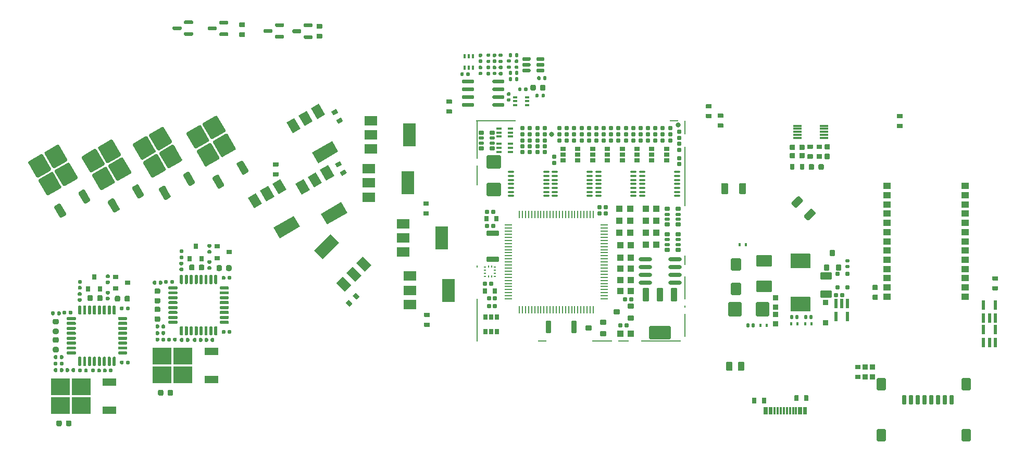
<source format=gtp>
G75*
G70*
%OFA0B0*%
%FSLAX25Y25*%
%IPPOS*%
%LPD*%
%AMOC8*
5,1,8,0,0,1.08239X$1,22.5*
%
%AMM104*
21,1,0.021650,0.052760,-0.000000,0.000000,0.000000*
21,1,0.017320,0.057090,-0.000000,0.000000,0.000000*
1,1,0.004330,0.008660,-0.026380*
1,1,0.004330,-0.008660,-0.026380*
1,1,0.004330,-0.008660,0.026380*
1,1,0.004330,0.008660,0.026380*
%
%AMM171*
21,1,0.086610,0.073230,0.000000,-0.000000,180.000000*
21,1,0.069290,0.090550,0.000000,-0.000000,180.000000*
1,1,0.017320,-0.034650,0.036610*
1,1,0.017320,0.034650,0.036610*
1,1,0.017320,0.034650,-0.036610*
1,1,0.017320,-0.034650,-0.036610*
%
%AMM172*
21,1,0.094490,0.111020,0.000000,-0.000000,270.000000*
21,1,0.075590,0.129920,0.000000,-0.000000,270.000000*
1,1,0.018900,-0.055510,-0.037800*
1,1,0.018900,-0.055510,0.037800*
1,1,0.018900,0.055510,0.037800*
1,1,0.018900,0.055510,-0.037800*
%
%AMM173*
21,1,0.074800,0.083460,0.000000,-0.000000,270.000000*
21,1,0.059840,0.098430,0.000000,-0.000000,270.000000*
1,1,0.014960,-0.041730,-0.029920*
1,1,0.014960,-0.041730,0.029920*
1,1,0.014960,0.041730,0.029920*
1,1,0.014960,0.041730,-0.029920*
%
%AMM174*
21,1,0.078740,0.053540,0.000000,-0.000000,90.000000*
21,1,0.065350,0.066930,0.000000,-0.000000,90.000000*
1,1,0.013390,0.026770,0.032680*
1,1,0.013390,0.026770,-0.032680*
1,1,0.013390,-0.026770,-0.032680*
1,1,0.013390,-0.026770,0.032680*
%
%AMM175*
21,1,0.035430,0.030320,0.000000,-0.000000,0.000000*
21,1,0.028350,0.037400,0.000000,-0.000000,0.000000*
1,1,0.007090,0.014170,-0.015160*
1,1,0.007090,-0.014170,-0.015160*
1,1,0.007090,-0.014170,0.015160*
1,1,0.007090,0.014170,0.015160*
%
%AMM176*
21,1,0.021650,0.052760,0.000000,-0.000000,180.000000*
21,1,0.017320,0.057090,0.000000,-0.000000,180.000000*
1,1,0.004330,-0.008660,0.026380*
1,1,0.004330,0.008660,0.026380*
1,1,0.004330,0.008660,-0.026380*
1,1,0.004330,-0.008660,-0.026380*
%
%AMM177*
21,1,0.035830,0.026770,0.000000,-0.000000,270.000000*
21,1,0.029130,0.033470,0.000000,-0.000000,270.000000*
1,1,0.006690,-0.013390,-0.014570*
1,1,0.006690,-0.013390,0.014570*
1,1,0.006690,0.013390,0.014570*
1,1,0.006690,0.013390,-0.014570*
%
%AMM178*
21,1,0.070870,0.036220,0.000000,-0.000000,0.000000*
21,1,0.061810,0.045280,0.000000,-0.000000,0.000000*
1,1,0.009060,0.030910,-0.018110*
1,1,0.009060,-0.030910,-0.018110*
1,1,0.009060,-0.030910,0.018110*
1,1,0.009060,0.030910,0.018110*
%
%AMM179*
21,1,0.033470,0.026770,0.000000,-0.000000,270.000000*
21,1,0.026770,0.033470,0.000000,-0.000000,270.000000*
1,1,0.006690,-0.013390,-0.013390*
1,1,0.006690,-0.013390,0.013390*
1,1,0.006690,0.013390,0.013390*
1,1,0.006690,0.013390,-0.013390*
%
%AMM180*
21,1,0.015750,0.016540,0.000000,-0.000000,180.000000*
21,1,0.012600,0.019680,0.000000,-0.000000,180.000000*
1,1,0.003150,-0.006300,0.008270*
1,1,0.003150,0.006300,0.008270*
1,1,0.003150,0.006300,-0.008270*
1,1,0.003150,-0.006300,-0.008270*
%
%AMM181*
21,1,0.023620,0.018900,0.000000,-0.000000,0.000000*
21,1,0.018900,0.023620,0.000000,-0.000000,0.000000*
1,1,0.004720,0.009450,-0.009450*
1,1,0.004720,-0.009450,-0.009450*
1,1,0.004720,-0.009450,0.009450*
1,1,0.004720,0.009450,0.009450*
%
%AMM182*
21,1,0.019680,0.019680,0.000000,-0.000000,270.000000*
21,1,0.015750,0.023620,0.000000,-0.000000,270.000000*
1,1,0.003940,-0.009840,-0.007870*
1,1,0.003940,-0.009840,0.007870*
1,1,0.003940,0.009840,0.007870*
1,1,0.003940,0.009840,-0.007870*
%
%AMM183*
21,1,0.019680,0.019680,0.000000,-0.000000,180.000000*
21,1,0.015750,0.023620,0.000000,-0.000000,180.000000*
1,1,0.003940,-0.007870,0.009840*
1,1,0.003940,0.007870,0.009840*
1,1,0.003940,0.007870,-0.009840*
1,1,0.003940,-0.007870,-0.009840*
%
%AMM262*
21,1,0.025590,0.026380,-0.000000,-0.000000,90.000000*
21,1,0.020470,0.031500,-0.000000,-0.000000,90.000000*
1,1,0.005120,0.013190,0.010240*
1,1,0.005120,0.013190,-0.010240*
1,1,0.005120,-0.013190,-0.010240*
1,1,0.005120,-0.013190,0.010240*
%
%AMM263*
21,1,0.017720,0.027950,-0.000000,-0.000000,90.000000*
21,1,0.014170,0.031500,-0.000000,-0.000000,90.000000*
1,1,0.003540,0.013980,0.007090*
1,1,0.003540,0.013980,-0.007090*
1,1,0.003540,-0.013980,-0.007090*
1,1,0.003540,-0.013980,0.007090*
%
%AMM264*
21,1,0.012600,0.028980,-0.000000,-0.000000,270.000000*
21,1,0.010080,0.031500,-0.000000,-0.000000,270.000000*
1,1,0.002520,-0.014490,-0.005040*
1,1,0.002520,-0.014490,0.005040*
1,1,0.002520,0.014490,0.005040*
1,1,0.002520,0.014490,-0.005040*
%
%AMM265*
21,1,0.023620,0.030710,-0.000000,-0.000000,0.000000*
21,1,0.018900,0.035430,-0.000000,-0.000000,0.000000*
1,1,0.004720,0.009450,-0.015350*
1,1,0.004720,-0.009450,-0.015350*
1,1,0.004720,-0.009450,0.015350*
1,1,0.004720,0.009450,0.015350*
%
%AMM266*
21,1,0.027560,0.018900,-0.000000,-0.000000,270.000000*
21,1,0.022840,0.023620,-0.000000,-0.000000,270.000000*
1,1,0.004720,-0.009450,-0.011420*
1,1,0.004720,-0.009450,0.011420*
1,1,0.004720,0.009450,0.011420*
1,1,0.004720,0.009450,-0.011420*
%
%AMM267*
21,1,0.031500,0.072440,-0.000000,-0.000000,270.000000*
21,1,0.025200,0.078740,-0.000000,-0.000000,270.000000*
1,1,0.006300,-0.036220,-0.012600*
1,1,0.006300,-0.036220,0.012600*
1,1,0.006300,0.036220,0.012600*
1,1,0.006300,0.036220,-0.012600*
%
%AMM268*
21,1,0.027560,0.018900,-0.000000,-0.000000,0.000000*
21,1,0.022840,0.023620,-0.000000,-0.000000,0.000000*
1,1,0.004720,0.011420,-0.009450*
1,1,0.004720,-0.011420,-0.009450*
1,1,0.004720,-0.011420,0.009450*
1,1,0.004720,0.011420,0.009450*
%
%AMM269*
21,1,0.023620,0.030710,-0.000000,-0.000000,90.000000*
21,1,0.018900,0.035430,-0.000000,-0.000000,90.000000*
1,1,0.004720,0.015350,0.009450*
1,1,0.004720,0.015350,-0.009450*
1,1,0.004720,-0.015350,-0.009450*
1,1,0.004720,-0.015350,0.009450*
%
%AMM270*
21,1,0.035430,0.030320,-0.000000,-0.000000,90.000000*
21,1,0.028350,0.037400,-0.000000,-0.000000,90.000000*
1,1,0.007090,0.015160,0.014170*
1,1,0.007090,0.015160,-0.014170*
1,1,0.007090,-0.015160,-0.014170*
1,1,0.007090,-0.015160,0.014170*
%
%AMM271*
21,1,0.043310,0.075980,-0.000000,-0.000000,180.000000*
21,1,0.034650,0.084650,-0.000000,-0.000000,180.000000*
1,1,0.008660,-0.017320,0.037990*
1,1,0.008660,0.017320,0.037990*
1,1,0.008660,0.017320,-0.037990*
1,1,0.008660,-0.017320,-0.037990*
%
%AMM272*
21,1,0.039370,0.035430,-0.000000,-0.000000,180.000000*
21,1,0.031500,0.043310,-0.000000,-0.000000,180.000000*
1,1,0.007870,-0.015750,0.017720*
1,1,0.007870,0.015750,0.017720*
1,1,0.007870,0.015750,-0.017720*
1,1,0.007870,-0.015750,-0.017720*
%
%AMM273*
21,1,0.027560,0.030710,-0.000000,-0.000000,180.000000*
21,1,0.022050,0.036220,-0.000000,-0.000000,180.000000*
1,1,0.005510,-0.011020,0.015350*
1,1,0.005510,0.011020,0.015350*
1,1,0.005510,0.011020,-0.015350*
1,1,0.005510,-0.011020,-0.015350*
%
%AMM274*
21,1,0.031500,0.072440,-0.000000,-0.000000,180.000000*
21,1,0.025200,0.078740,-0.000000,-0.000000,180.000000*
1,1,0.006300,-0.012600,0.036220*
1,1,0.006300,0.012600,0.036220*
1,1,0.006300,0.012600,-0.036220*
1,1,0.006300,-0.012600,-0.036220*
%
%AMM275*
21,1,0.137800,0.067720,-0.000000,-0.000000,180.000000*
21,1,0.120870,0.084650,-0.000000,-0.000000,180.000000*
1,1,0.016930,-0.060430,0.033860*
1,1,0.016930,0.060430,0.033860*
1,1,0.016930,0.060430,-0.033860*
1,1,0.016930,-0.060430,-0.033860*
%
%AMM276*
21,1,0.043310,0.075990,-0.000000,-0.000000,180.000000*
21,1,0.034650,0.084650,-0.000000,-0.000000,180.000000*
1,1,0.008660,-0.017320,0.037990*
1,1,0.008660,0.017320,0.037990*
1,1,0.008660,0.017320,-0.037990*
1,1,0.008660,-0.017320,-0.037990*
%
%AMM277*
21,1,0.086610,0.073230,-0.000000,-0.000000,270.000000*
21,1,0.069290,0.090550,-0.000000,-0.000000,270.000000*
1,1,0.017320,-0.036610,-0.034650*
1,1,0.017320,-0.036610,0.034650*
1,1,0.017320,0.036610,0.034650*
1,1,0.017320,0.036610,-0.034650*
%
%AMM69*
21,1,0.033470,0.026770,0.000000,0.000000,90.000000*
21,1,0.026770,0.033470,0.000000,0.000000,90.000000*
1,1,0.006690,0.013390,0.013390*
1,1,0.006690,0.013390,-0.013390*
1,1,0.006690,-0.013390,-0.013390*
1,1,0.006690,-0.013390,0.013390*
%
%AMM92*
21,1,0.078740,0.045670,0.000000,0.000000,270.000000*
21,1,0.067320,0.057090,0.000000,0.000000,270.000000*
1,1,0.011420,-0.022840,-0.033660*
1,1,0.011420,-0.022840,0.033660*
1,1,0.011420,0.022840,0.033660*
1,1,0.011420,0.022840,-0.033660*
%
%AMM93*
21,1,0.059060,0.020470,0.000000,0.000000,270.000000*
21,1,0.053940,0.025590,0.000000,0.000000,270.000000*
1,1,0.005120,-0.010240,-0.026970*
1,1,0.005120,-0.010240,0.026970*
1,1,0.005120,0.010240,0.026970*
1,1,0.005120,0.010240,-0.026970*
%
%AMM94*
21,1,0.027560,0.030710,0.000000,0.000000,270.000000*
21,1,0.022050,0.036220,0.000000,0.000000,270.000000*
1,1,0.005510,-0.015350,-0.011020*
1,1,0.005510,-0.015350,0.011020*
1,1,0.005510,0.015350,0.011020*
1,1,0.005510,0.015350,-0.011020*
%
%ADD11R,0.07874X0.05906*%
%ADD118C,0.03150*%
%ADD12R,0.07874X0.14961*%
%ADD149R,0.02559X0.01575*%
%ADD150R,0.01575X0.02559*%
%ADD151R,0.05512X0.01181*%
%ADD152R,0.03543X0.03150*%
%ADD156R,0.03150X0.03543*%
%ADD176O,0.04724X0.00866*%
%ADD177O,0.00866X0.04724*%
%ADD178O,0.04331X0.01181*%
%ADD181R,0.01378X0.00984*%
%ADD182R,0.00984X0.01378*%
%ADD187O,0.08661X0.02362*%
%ADD226M69*%
%ADD260M92*%
%ADD261M93*%
%ADD262M94*%
%ADD277M104*%
%ADD347M171*%
%ADD348M172*%
%ADD349M173*%
%ADD350M174*%
%ADD351M175*%
%ADD352M176*%
%ADD353M177*%
%ADD354M178*%
%ADD355M179*%
%ADD356M180*%
%ADD357M181*%
%ADD358M182*%
%ADD359M183*%
%ADD389R,0.08661X0.04724*%
%ADD393R,0.12008X0.10827*%
%ADD471M262*%
%ADD472M263*%
%ADD473M264*%
%ADD474M265*%
%ADD475M266*%
%ADD476M267*%
%ADD477M268*%
%ADD478M269*%
%ADD479M270*%
%ADD480M271*%
%ADD481M272*%
%ADD482M273*%
%ADD483M274*%
%ADD484M275*%
%ADD485M276*%
%ADD486M277*%
%ADD50R,0.01181X0.04528*%
%ADD53R,0.00787X0.14567*%
%ADD54R,0.00787X0.01575*%
%ADD55R,0.00787X0.06299*%
%ADD56R,0.00787X0.38189*%
%ADD57R,0.00787X0.09055*%
%ADD58R,0.05512X0.00787*%
%ADD59R,0.25197X0.00787*%
%ADD60R,0.06693X0.00787*%
%ADD61R,0.12992X0.00787*%
%ADD62R,0.00787X0.27559*%
%ADD63R,0.00787X0.12992*%
%ADD64R,0.00787X0.24803*%
%ADD65R,0.05118X0.03937*%
%ADD73O,0.00000X0.00000*%
X0000000Y0000000D02*
%LPD*%
G01*
G36*
G01*
X0462500Y0076969D02*
X0462500Y0072047D01*
G75*
G02*
X0462106Y0071654I-000394J0000000D01*
G01*
X0458957Y0071654D01*
G75*
G02*
X0458563Y0072047I0000000J0000394D01*
G01*
X0458563Y0076969D01*
G75*
G02*
X0458957Y0077362I0000394J0000000D01*
G01*
X0462106Y0077362D01*
G75*
G02*
X0462500Y0076969I0000000J-000394D01*
G01*
G37*
G36*
G01*
X0455020Y0076969D02*
X0455020Y0072047D01*
G75*
G02*
X0454626Y0071654I-000394J0000000D01*
G01*
X0451476Y0071654D01*
G75*
G02*
X0451083Y0072047I0000000J0000394D01*
G01*
X0451083Y0076969D01*
G75*
G02*
X0451476Y0077362I0000394J0000000D01*
G01*
X0454626Y0077362D01*
G75*
G02*
X0455020Y0076969I0000000J-000394D01*
G01*
G37*
G36*
G01*
X0560571Y0236122D02*
X0563642Y0236122D01*
G75*
G02*
X0563917Y0235847I0000000J-000276D01*
G01*
X0563917Y0233642D01*
G75*
G02*
X0563642Y0233366I-000276J0000000D01*
G01*
X0560571Y0233366D01*
G75*
G02*
X0560295Y0233642I0000000J0000276D01*
G01*
X0560295Y0235847D01*
G75*
G02*
X0560571Y0236122I0000276J0000000D01*
G01*
G37*
G36*
G01*
X0560571Y0229823D02*
X0563642Y0229823D01*
G75*
G02*
X0563917Y0229547I0000000J-000276D01*
G01*
X0563917Y0227343D01*
G75*
G02*
X0563642Y0227067I-000276J0000000D01*
G01*
X0560571Y0227067D01*
G75*
G02*
X0560295Y0227343I0000000J0000276D01*
G01*
X0560295Y0229547D01*
G75*
G02*
X0560571Y0229823I0000276J0000000D01*
G01*
G37*
D11*
X0223524Y0231693D03*
X0223524Y0222638D03*
X0223524Y0213583D03*
D12*
X0248327Y0222638D03*
G36*
X0191112Y0200370D02*
G01*
X0196226Y0203323D01*
X0200163Y0196504D01*
X0195049Y0193551D01*
X0191112Y0200370D01*
G37*
G36*
X0183270Y0195843D02*
G01*
X0188384Y0198795D01*
X0192321Y0191976D01*
X0187207Y0189024D01*
X0183270Y0195843D01*
G37*
G36*
X0175428Y0191315D02*
G01*
X0180542Y0194268D01*
X0184479Y0187449D01*
X0179365Y0184496D01*
X0175428Y0191315D01*
G37*
G36*
X0191750Y0172099D02*
G01*
X0204706Y0179579D01*
X0208643Y0172760D01*
X0195687Y0165280D01*
X0191750Y0172099D01*
G37*
G36*
G01*
X0503642Y0055669D02*
X0503642Y0052599D01*
G75*
G02*
X0503366Y0052323I-000276J0000000D01*
G01*
X0501161Y0052323D01*
G75*
G02*
X0500886Y0052599I0000000J0000276D01*
G01*
X0500886Y0055669D01*
G75*
G02*
X0501161Y0055945I0000276J0000000D01*
G01*
X0503366Y0055945D01*
G75*
G02*
X0503642Y0055669I0000000J-000276D01*
G01*
G37*
G36*
G01*
X0497343Y0055669D02*
X0497343Y0052599D01*
G75*
G02*
X0497067Y0052323I-000276J0000000D01*
G01*
X0494862Y0052323D01*
G75*
G02*
X0494587Y0052599I0000000J0000276D01*
G01*
X0494587Y0055669D01*
G75*
G02*
X0494862Y0055945I0000276J0000000D01*
G01*
X0497067Y0055945D01*
G75*
G02*
X0497343Y0055669I0000000J-000276D01*
G01*
G37*
G36*
X0211274Y0126455D02*
G01*
X0207098Y0122279D01*
X0201530Y0127847D01*
X0205706Y0132023D01*
X0211274Y0126455D01*
G37*
G36*
X0217676Y0132858D02*
G01*
X0213501Y0128682D01*
X0207933Y0134250D01*
X0212109Y0138426D01*
X0217676Y0132858D01*
G37*
G36*
X0224079Y0139261D02*
G01*
X0219904Y0135085D01*
X0214336Y0140653D01*
X0218512Y0144828D01*
X0224079Y0139261D01*
G37*
G36*
X0203339Y0153598D02*
G01*
X0192761Y0143019D01*
X0187193Y0148587D01*
X0197772Y0159165D01*
X0203339Y0153598D01*
G37*
G36*
G01*
X0257421Y0180118D02*
X0260492Y0180118D01*
G75*
G02*
X0260768Y0179843I0000000J-000276D01*
G01*
X0260768Y0177638D01*
G75*
G02*
X0260492Y0177362I-000276J0000000D01*
G01*
X0257421Y0177362D01*
G75*
G02*
X0257146Y0177638I0000000J0000276D01*
G01*
X0257146Y0179843D01*
G75*
G02*
X0257421Y0180118I0000276J0000000D01*
G01*
G37*
G36*
G01*
X0257421Y0173819D02*
X0260492Y0173819D01*
G75*
G02*
X0260768Y0173543I0000000J-000276D01*
G01*
X0260768Y0171339D01*
G75*
G02*
X0260492Y0171063I-000276J0000000D01*
G01*
X0257421Y0171063D01*
G75*
G02*
X0257146Y0171339I0000000J0000276D01*
G01*
X0257146Y0173543D01*
G75*
G02*
X0257421Y0173819I0000276J0000000D01*
G01*
G37*
G36*
G01*
X0441398Y0233366D02*
X0438327Y0233366D01*
G75*
G02*
X0438051Y0233642I0000000J0000276D01*
G01*
X0438051Y0235847D01*
G75*
G02*
X0438327Y0236122I0000276J0000000D01*
G01*
X0441398Y0236122D01*
G75*
G02*
X0441673Y0235847I0000000J-000276D01*
G01*
X0441673Y0233642D01*
G75*
G02*
X0441398Y0233366I-000276J0000000D01*
G01*
G37*
G36*
G01*
X0441398Y0239665D02*
X0438327Y0239665D01*
G75*
G02*
X0438051Y0239941I0000000J0000276D01*
G01*
X0438051Y0242146D01*
G75*
G02*
X0438327Y0242421I0000276J0000000D01*
G01*
X0441398Y0242421D01*
G75*
G02*
X0441673Y0242146I0000000J-000276D01*
G01*
X0441673Y0239941D01*
G75*
G02*
X0441398Y0239665I-000276J0000000D01*
G01*
G37*
G36*
G01*
X0261083Y0099803D02*
X0258012Y0099803D01*
G75*
G02*
X0257736Y0100079I0000000J0000276D01*
G01*
X0257736Y0102284D01*
G75*
G02*
X0258012Y0102559I0000276J0000000D01*
G01*
X0261083Y0102559D01*
G75*
G02*
X0261358Y0102284I0000000J-000276D01*
G01*
X0261358Y0100079D01*
G75*
G02*
X0261083Y0099803I-000276J0000000D01*
G01*
G37*
G36*
G01*
X0261083Y0106102D02*
X0258012Y0106102D01*
G75*
G02*
X0257736Y0106378I0000000J0000276D01*
G01*
X0257736Y0108583D01*
G75*
G02*
X0258012Y0108858I0000276J0000000D01*
G01*
X0261083Y0108858D01*
G75*
G02*
X0261358Y0108583I0000000J-000276D01*
G01*
X0261358Y0106378D01*
G75*
G02*
X0261083Y0106102I-000276J0000000D01*
G01*
G37*
G36*
G01*
X0161161Y0205118D02*
X0164232Y0205118D01*
G75*
G02*
X0164508Y0204843I0000000J-000276D01*
G01*
X0164508Y0202638D01*
G75*
G02*
X0164232Y0202362I-000276J0000000D01*
G01*
X0161161Y0202362D01*
G75*
G02*
X0160886Y0202638I0000000J0000276D01*
G01*
X0160886Y0204843D01*
G75*
G02*
X0161161Y0205118I0000276J0000000D01*
G01*
G37*
G36*
G01*
X0161161Y0198819D02*
X0164232Y0198819D01*
G75*
G02*
X0164508Y0198543I0000000J-000276D01*
G01*
X0164508Y0196339D01*
G75*
G02*
X0164232Y0196063I-000276J0000000D01*
G01*
X0161161Y0196063D01*
G75*
G02*
X0160886Y0196339I0000000J0000276D01*
G01*
X0160886Y0198543D01*
G75*
G02*
X0161161Y0198819I0000276J0000000D01*
G01*
G37*
D73*
X0572835Y0074902D03*
X0575866Y0016536D03*
X0603346Y0021555D03*
D11*
X0244193Y0165748D03*
X0244193Y0156693D03*
X0244193Y0147638D03*
D12*
X0268996Y0156693D03*
G36*
X0160600Y0191512D02*
G01*
X0165714Y0194465D01*
X0169651Y0187646D01*
X0164537Y0184693D01*
X0160600Y0191512D01*
G37*
G36*
X0152758Y0186984D02*
G01*
X0157872Y0189937D01*
X0161809Y0183118D01*
X0156695Y0180165D01*
X0152758Y0186984D01*
G37*
G36*
X0144916Y0182457D02*
G01*
X0150030Y0185410D01*
X0153967Y0178590D01*
X0148853Y0175638D01*
X0144916Y0182457D01*
G37*
G36*
X0161238Y0163240D02*
G01*
X0174195Y0170721D01*
X0178132Y0163902D01*
X0165175Y0156421D01*
X0161238Y0163240D01*
G37*
D11*
X0222343Y0200984D03*
X0222343Y0191929D03*
X0222343Y0182874D03*
D12*
X0247146Y0191929D03*
G36*
G01*
X0142776Y0285532D02*
X0139705Y0285532D01*
G75*
G02*
X0139429Y0285807I0000000J0000276D01*
G01*
X0139429Y0288012D01*
G75*
G02*
X0139705Y0288288I0000276J0000000D01*
G01*
X0142776Y0288288D01*
G75*
G02*
X0143051Y0288012I0000000J-000276D01*
G01*
X0143051Y0285807D01*
G75*
G02*
X0142776Y0285532I-000276J0000000D01*
G01*
G37*
G36*
G01*
X0142776Y0291831D02*
X0139705Y0291831D01*
G75*
G02*
X0139429Y0292106I0000000J0000276D01*
G01*
X0139429Y0294311D01*
G75*
G02*
X0139705Y0294587I0000276J0000000D01*
G01*
X0142776Y0294587D01*
G75*
G02*
X0143051Y0294311I0000000J-000276D01*
G01*
X0143051Y0292106D01*
G75*
G02*
X0142776Y0291831I-000276J0000000D01*
G01*
G37*
G36*
G01*
X0547697Y0117067D02*
X0545020Y0117067D01*
G75*
G02*
X0544685Y0117402I0000000J0000335D01*
G01*
X0544685Y0120079D01*
G75*
G02*
X0545020Y0120414I0000335J0000000D01*
G01*
X0547697Y0120414D01*
G75*
G02*
X0548031Y0120079I0000000J-000335D01*
G01*
X0548031Y0117402D01*
G75*
G02*
X0547697Y0117067I-000335J0000000D01*
G01*
G37*
G36*
G01*
X0547697Y0123288D02*
X0545020Y0123288D01*
G75*
G02*
X0544685Y0123622I0000000J0000335D01*
G01*
X0544685Y0126299D01*
G75*
G02*
X0545020Y0126634I0000335J0000000D01*
G01*
X0547697Y0126634D01*
G75*
G02*
X0548031Y0126299I0000000J-000335D01*
G01*
X0548031Y0123622D01*
G75*
G02*
X0547697Y0123288I-000335J0000000D01*
G01*
G37*
G36*
X0185206Y0239642D02*
G01*
X0190320Y0242595D01*
X0194257Y0235776D01*
X0189143Y0232823D01*
X0185206Y0239642D01*
G37*
G36*
X0177364Y0235114D02*
G01*
X0182478Y0238067D01*
X0186415Y0231248D01*
X0181301Y0228295D01*
X0177364Y0235114D01*
G37*
G36*
X0169522Y0230587D02*
G01*
X0174636Y0233540D01*
X0178573Y0226720D01*
X0173459Y0223768D01*
X0169522Y0230587D01*
G37*
G36*
X0185845Y0211370D02*
G01*
X0198801Y0218851D01*
X0202738Y0212032D01*
X0189782Y0204551D01*
X0185845Y0211370D01*
G37*
G36*
G01*
X0209794Y0112839D02*
X0207622Y0115010D01*
G75*
G02*
X0207622Y0115400I0000195J0000195D01*
G01*
X0209181Y0116959D01*
G75*
G02*
X0209571Y0116959I0000195J-000195D01*
G01*
X0211742Y0114788D01*
G75*
G02*
X0211742Y0114398I-000195J-000195D01*
G01*
X0210183Y0112839D01*
G75*
G02*
X0209794Y0112839I-000195J0000195D01*
G01*
G37*
G36*
G01*
X0214248Y0117293D02*
X0212076Y0119465D01*
G75*
G02*
X0212076Y0119854I0000195J0000195D01*
G01*
X0213635Y0121413D01*
G75*
G02*
X0214025Y0121413I0000195J-000195D01*
G01*
X0216197Y0119242D01*
G75*
G02*
X0216197Y0118852I-000195J-000195D01*
G01*
X0214638Y0117293D01*
G75*
G02*
X0214248Y0117293I-000195J0000195D01*
G01*
G37*
D50*
X0475689Y0045945D03*
X0478839Y0045945D03*
X0483957Y0045945D03*
X0487894Y0045945D03*
X0489862Y0045945D03*
X0493799Y0045945D03*
X0498917Y0045945D03*
X0502067Y0045945D03*
X0500886Y0045945D03*
X0497736Y0045945D03*
X0495768Y0045945D03*
X0491831Y0045945D03*
X0485925Y0045945D03*
X0481988Y0045945D03*
X0480020Y0045945D03*
X0476870Y0045945D03*
G36*
G01*
X0095061Y0182538D02*
X0092674Y0181160D01*
G75*
G02*
X0091329Y0181520I-000492J0000852D01*
G01*
X0087983Y0187316D01*
G75*
G02*
X0088343Y0188661I0000852J0000492D01*
G01*
X0090730Y0190039D01*
G75*
G02*
X0092074Y0189678I0000492J-000852D01*
G01*
X0095421Y0183882D01*
G75*
G02*
X0095061Y0182538I-000852J-000492D01*
G01*
G37*
G36*
G01*
X0092009Y0199869D02*
X0084338Y0195440D01*
G75*
G02*
X0082993Y0195801I-000492J0000852D01*
G01*
X0077974Y0204495D01*
G75*
G02*
X0078334Y0205839I0000852J0000492D01*
G01*
X0086006Y0210269D01*
G75*
G02*
X0087350Y0209908I0000492J-000852D01*
G01*
X0092370Y0201214D01*
G75*
G02*
X0092009Y0199869I-000852J-000492D01*
G01*
G37*
G36*
G01*
X0102409Y0205873D02*
X0094737Y0201444D01*
G75*
G02*
X0093393Y0201805I-000492J0000852D01*
G01*
X0088373Y0210499D01*
G75*
G02*
X0088733Y0211843I0000852J0000492D01*
G01*
X0096405Y0216273D01*
G75*
G02*
X0097749Y0215912I0000492J-000852D01*
G01*
X0102769Y0207218D01*
G75*
G02*
X0102409Y0205873I-000852J-000492D01*
G01*
G37*
G36*
G01*
X0085415Y0211291D02*
X0077743Y0206862D01*
G75*
G02*
X0076399Y0207223I-000492J0000852D01*
G01*
X0071379Y0215917D01*
G75*
G02*
X0071740Y0217261I0000852J0000492D01*
G01*
X0079411Y0221691D01*
G75*
G02*
X0080756Y0221330I0000492J-000852D01*
G01*
X0085775Y0212636D01*
G75*
G02*
X0085415Y0211291I-000852J-000492D01*
G01*
G37*
G36*
G01*
X0095814Y0217295D02*
X0088143Y0212866D01*
G75*
G02*
X0086798Y0213227I-000492J0000852D01*
G01*
X0081778Y0221921D01*
G75*
G02*
X0082139Y0223265I0000852J0000492D01*
G01*
X0089810Y0227695D01*
G75*
G02*
X0091155Y0227334I0000492J-000852D01*
G01*
X0096174Y0218640D01*
G75*
G02*
X0095814Y0217295I-000852J-000492D01*
G01*
G37*
G36*
G01*
X0110608Y0191514D02*
X0108221Y0190136D01*
G75*
G02*
X0106877Y0190496I-000492J0000852D01*
G01*
X0103530Y0196292D01*
G75*
G02*
X0103891Y0197637I0000852J0000492D01*
G01*
X0106277Y0199015D01*
G75*
G02*
X0107622Y0198655I0000492J-000852D01*
G01*
X0110968Y0192858D01*
G75*
G02*
X0110608Y0191514I-000852J-000492D01*
G01*
G37*
G36*
G01*
X0109843Y0287894D02*
X0109843Y0286713D01*
G75*
G02*
X0109252Y0286122I-000591J0000000D01*
G01*
X0104626Y0286122D01*
G75*
G02*
X0104035Y0286713I0000000J0000591D01*
G01*
X0104035Y0287894D01*
G75*
G02*
X0104626Y0288484I0000591J0000000D01*
G01*
X0109252Y0288484D01*
G75*
G02*
X0109843Y0287894I0000000J-000591D01*
G01*
G37*
G36*
G01*
X0102461Y0291634D02*
X0102461Y0290453D01*
G75*
G02*
X0101870Y0289862I-000591J0000000D01*
G01*
X0097244Y0289862D01*
G75*
G02*
X0096654Y0290453I0000000J0000591D01*
G01*
X0096654Y0291634D01*
G75*
G02*
X0097244Y0292225I0000591J0000000D01*
G01*
X0101870Y0292225D01*
G75*
G02*
X0102461Y0291634I0000000J-000591D01*
G01*
G37*
G36*
G01*
X0109843Y0295374D02*
X0109843Y0294193D01*
G75*
G02*
X0109252Y0293602I-000591J0000000D01*
G01*
X0104626Y0293602D01*
G75*
G02*
X0104035Y0294193I0000000J0000591D01*
G01*
X0104035Y0295374D01*
G75*
G02*
X0104626Y0295965I0000591J0000000D01*
G01*
X0109252Y0295965D01*
G75*
G02*
X0109843Y0295374I0000000J-000591D01*
G01*
G37*
G36*
G01*
X0272185Y0245374D02*
X0275256Y0245374D01*
G75*
G02*
X0275531Y0245099I0000000J-000276D01*
G01*
X0275531Y0242894D01*
G75*
G02*
X0275256Y0242618I-000276J0000000D01*
G01*
X0272185Y0242618D01*
G75*
G02*
X0271909Y0242894I0000000J0000276D01*
G01*
X0271909Y0245099D01*
G75*
G02*
X0272185Y0245374I0000276J0000000D01*
G01*
G37*
G36*
G01*
X0272185Y0239075D02*
X0275256Y0239075D01*
G75*
G02*
X0275531Y0238799I0000000J-000276D01*
G01*
X0275531Y0236595D01*
G75*
G02*
X0275256Y0236319I-000276J0000000D01*
G01*
X0272185Y0236319D01*
G75*
G02*
X0271909Y0236595I0000000J0000276D01*
G01*
X0271909Y0238799D01*
G75*
G02*
X0272185Y0239075I0000276J0000000D01*
G01*
G37*
G36*
G01*
X0129345Y0189671D02*
X0126958Y0188293D01*
G75*
G02*
X0125614Y0188653I-000492J0000852D01*
G01*
X0122267Y0194450D01*
G75*
G02*
X0122627Y0195794I0000852J0000492D01*
G01*
X0125014Y0197172D01*
G75*
G02*
X0126359Y0196812I0000492J-000852D01*
G01*
X0129705Y0191016D01*
G75*
G02*
X0129345Y0189671I-000852J-000492D01*
G01*
G37*
G36*
G01*
X0126294Y0207003D02*
X0118622Y0202574D01*
G75*
G02*
X0117278Y0202934I-000492J0000852D01*
G01*
X0112258Y0211628D01*
G75*
G02*
X0112618Y0212973I0000852J0000492D01*
G01*
X0120290Y0217402D01*
G75*
G02*
X0121634Y0217042I0000492J-000852D01*
G01*
X0126654Y0208347D01*
G75*
G02*
X0126294Y0207003I-000852J-000492D01*
G01*
G37*
G36*
G01*
X0136693Y0213007D02*
X0129021Y0208578D01*
G75*
G02*
X0127677Y0208938I-000492J0000852D01*
G01*
X0122657Y0217632D01*
G75*
G02*
X0123017Y0218977I0000852J0000492D01*
G01*
X0130689Y0223406D01*
G75*
G02*
X0132033Y0223046I0000492J-000852D01*
G01*
X0137053Y0214351D01*
G75*
G02*
X0136693Y0213007I-000852J-000492D01*
G01*
G37*
G36*
G01*
X0119699Y0218425D02*
X0112028Y0213996D01*
G75*
G02*
X0110683Y0214356I-000492J0000852D01*
G01*
X0105663Y0223050D01*
G75*
G02*
X0106024Y0224395I0000852J0000492D01*
G01*
X0113695Y0228824D01*
G75*
G02*
X0115040Y0228464I0000492J-000852D01*
G01*
X0120059Y0219769D01*
G75*
G02*
X0119699Y0218425I-000852J-000492D01*
G01*
G37*
G36*
G01*
X0130098Y0224429D02*
X0122427Y0220000D01*
G75*
G02*
X0121082Y0220360I-000492J0000852D01*
G01*
X0116063Y0229054D01*
G75*
G02*
X0116423Y0230399I0000852J0000492D01*
G01*
X0124094Y0234828D01*
G75*
G02*
X0125439Y0234468I0000492J-000852D01*
G01*
X0130459Y0225773D01*
G75*
G02*
X0130098Y0224429I-000852J-000492D01*
G01*
G37*
G36*
G01*
X0144892Y0198647D02*
X0142506Y0197269D01*
G75*
G02*
X0141161Y0197630I-000492J0000852D01*
G01*
X0137815Y0203426D01*
G75*
G02*
X0138175Y0204770I0000852J0000492D01*
G01*
X0140562Y0206148D01*
G75*
G02*
X0141906Y0205788I0000492J-000852D01*
G01*
X0145253Y0199992D01*
G75*
G02*
X0144892Y0198647I-000852J-000492D01*
G01*
G37*
G36*
G01*
X0192185Y0284547D02*
X0189114Y0284547D01*
G75*
G02*
X0188839Y0284823I0000000J0000276D01*
G01*
X0188839Y0287028D01*
G75*
G02*
X0189114Y0287303I0000276J0000000D01*
G01*
X0192185Y0287303D01*
G75*
G02*
X0192461Y0287028I0000000J-000276D01*
G01*
X0192461Y0284823D01*
G75*
G02*
X0192185Y0284547I-000276J0000000D01*
G01*
G37*
G36*
G01*
X0192185Y0290847D02*
X0189114Y0290847D01*
G75*
G02*
X0188839Y0291122I0000000J0000276D01*
G01*
X0188839Y0293327D01*
G75*
G02*
X0189114Y0293602I0000276J0000000D01*
G01*
X0192185Y0293602D01*
G75*
G02*
X0192461Y0293327I0000000J-000276D01*
G01*
X0192461Y0291122D01*
G75*
G02*
X0192185Y0290847I-000276J0000000D01*
G01*
G37*
G36*
G01*
X0624665Y0123130D02*
X0621594Y0123130D01*
G75*
G02*
X0621319Y0123406I0000000J0000276D01*
G01*
X0621319Y0125610D01*
G75*
G02*
X0621594Y0125886I0000276J0000000D01*
G01*
X0624665Y0125886D01*
G75*
G02*
X0624941Y0125610I0000000J-000276D01*
G01*
X0624941Y0123406D01*
G75*
G02*
X0624665Y0123130I-000276J0000000D01*
G01*
G37*
G36*
G01*
X0624665Y0129429D02*
X0621594Y0129429D01*
G75*
G02*
X0621319Y0129705I0000000J0000276D01*
G01*
X0621319Y0131910D01*
G75*
G02*
X0621594Y0132185I0000276J0000000D01*
G01*
X0624665Y0132185D01*
G75*
G02*
X0624941Y0131910I0000000J-000276D01*
G01*
X0624941Y0129705D01*
G75*
G02*
X0624665Y0129429I-000276J0000000D01*
G01*
G37*
G36*
G01*
X0062416Y0174415D02*
X0060029Y0173037D01*
G75*
G02*
X0058684Y0173397I-000492J0000852D01*
G01*
X0055338Y0179194D01*
G75*
G02*
X0055698Y0180538I0000852J0000492D01*
G01*
X0058085Y0181916D01*
G75*
G02*
X0059429Y0181556I0000492J-000852D01*
G01*
X0062776Y0175760D01*
G75*
G02*
X0062416Y0174415I-000852J-000492D01*
G01*
G37*
G36*
G01*
X0059365Y0191747D02*
X0051693Y0187318D01*
G75*
G02*
X0050349Y0187678I-000492J0000852D01*
G01*
X0045329Y0196373D01*
G75*
G02*
X0045689Y0197717I0000852J0000492D01*
G01*
X0053361Y0202146D01*
G75*
G02*
X0054705Y0201786I0000492J-000852D01*
G01*
X0059725Y0193092D01*
G75*
G02*
X0059365Y0191747I-000852J-000492D01*
G01*
G37*
G36*
G01*
X0069764Y0197751D02*
X0062092Y0193322D01*
G75*
G02*
X0060748Y0193682I-000492J0000852D01*
G01*
X0055728Y0202376D01*
G75*
G02*
X0056088Y0203721I0000852J0000492D01*
G01*
X0063760Y0208150D01*
G75*
G02*
X0065104Y0207790I0000492J-000852D01*
G01*
X0070124Y0199096D01*
G75*
G02*
X0069764Y0197751I-000852J-000492D01*
G01*
G37*
G36*
G01*
X0052770Y0203169D02*
X0045099Y0198740D01*
G75*
G02*
X0043754Y0199100I-000492J0000852D01*
G01*
X0038734Y0207795D01*
G75*
G02*
X0039095Y0209139I0000852J0000492D01*
G01*
X0046766Y0213568D01*
G75*
G02*
X0048111Y0213208I0000492J-000852D01*
G01*
X0053130Y0204514D01*
G75*
G02*
X0052770Y0203169I-000852J-000492D01*
G01*
G37*
G36*
G01*
X0063169Y0209173D02*
X0055498Y0204744D01*
G75*
G02*
X0054153Y0205104I-000492J0000852D01*
G01*
X0049133Y0213798D01*
G75*
G02*
X0049494Y0215143I0000852J0000492D01*
G01*
X0057165Y0219572D01*
G75*
G02*
X0058510Y0219212I0000492J-000852D01*
G01*
X0063529Y0210517D01*
G75*
G02*
X0063169Y0209173I-000852J-000492D01*
G01*
G37*
G36*
G01*
X0077963Y0183392D02*
X0075576Y0182014D01*
G75*
G02*
X0074232Y0182374I-000492J0000852D01*
G01*
X0070886Y0188170D01*
G75*
G02*
X0071246Y0189515I0000852J0000492D01*
G01*
X0073632Y0190893D01*
G75*
G02*
X0074977Y0190532I0000492J-000852D01*
G01*
X0078323Y0184736D01*
G75*
G02*
X0077963Y0183392I-000852J-000492D01*
G01*
G37*
G36*
G01*
X0132431Y0287697D02*
X0132431Y0286516D01*
G75*
G02*
X0131841Y0285925I-000591J0000000D01*
G01*
X0127215Y0285925D01*
G75*
G02*
X0126624Y0286516I0000000J0000591D01*
G01*
X0126624Y0287697D01*
G75*
G02*
X0127215Y0288288I0000591J0000000D01*
G01*
X0131841Y0288288D01*
G75*
G02*
X0132431Y0287697I0000000J-000591D01*
G01*
G37*
G36*
G01*
X0125049Y0291437D02*
X0125049Y0290256D01*
G75*
G02*
X0124459Y0289665I-000591J0000000D01*
G01*
X0119833Y0289665D01*
G75*
G02*
X0119242Y0290256I0000000J0000591D01*
G01*
X0119242Y0291437D01*
G75*
G02*
X0119833Y0292028I0000591J0000000D01*
G01*
X0124459Y0292028D01*
G75*
G02*
X0125049Y0291437I0000000J-000591D01*
G01*
G37*
G36*
G01*
X0132431Y0295177D02*
X0132431Y0293996D01*
G75*
G02*
X0131841Y0293406I-000591J0000000D01*
G01*
X0127215Y0293406D01*
G75*
G02*
X0126624Y0293996I0000000J0000591D01*
G01*
X0126624Y0295177D01*
G75*
G02*
X0127215Y0295768I0000591J0000000D01*
G01*
X0131841Y0295768D01*
G75*
G02*
X0132431Y0295177I0000000J-000591D01*
G01*
G37*
G36*
G01*
X0168110Y0286122D02*
X0168110Y0284941D01*
G75*
G02*
X0167520Y0284351I-000591J0000000D01*
G01*
X0162894Y0284351D01*
G75*
G02*
X0162303Y0284941I0000000J0000591D01*
G01*
X0162303Y0286122D01*
G75*
G02*
X0162894Y0286713I0000591J0000000D01*
G01*
X0167520Y0286713D01*
G75*
G02*
X0168110Y0286122I0000000J-000591D01*
G01*
G37*
G36*
G01*
X0160728Y0289862D02*
X0160728Y0288681D01*
G75*
G02*
X0160138Y0288091I-000591J0000000D01*
G01*
X0155512Y0288091D01*
G75*
G02*
X0154921Y0288681I0000000J0000591D01*
G01*
X0154921Y0289862D01*
G75*
G02*
X0155512Y0290453I0000591J0000000D01*
G01*
X0160138Y0290453D01*
G75*
G02*
X0160728Y0289862I0000000J-000591D01*
G01*
G37*
G36*
G01*
X0168110Y0293602D02*
X0168110Y0292421D01*
G75*
G02*
X0167520Y0291831I-000591J0000000D01*
G01*
X0162894Y0291831D01*
G75*
G02*
X0162303Y0292421I0000000J0000591D01*
G01*
X0162303Y0293602D01*
G75*
G02*
X0162894Y0294193I0000591J0000000D01*
G01*
X0167520Y0294193D01*
G75*
G02*
X0168110Y0293602I0000000J-000591D01*
G01*
G37*
D11*
X0248524Y0132284D03*
X0248524Y0123228D03*
X0248524Y0114173D03*
D12*
X0273327Y0123228D03*
G36*
G01*
X0205660Y0231394D02*
X0203001Y0229859D01*
G75*
G02*
X0202625Y0229960I-000138J0000239D01*
G01*
X0201522Y0231869D01*
G75*
G02*
X0201623Y0232245I0000239J0000138D01*
G01*
X0204282Y0233781D01*
G75*
G02*
X0204659Y0233680I0000138J-000239D01*
G01*
X0205761Y0231771D01*
G75*
G02*
X0205660Y0231394I-000239J-000138D01*
G01*
G37*
G36*
G01*
X0202511Y0236849D02*
X0199851Y0235314D01*
G75*
G02*
X0199475Y0235415I-000138J0000239D01*
G01*
X0198373Y0237324D01*
G75*
G02*
X0198473Y0237701I0000239J0000138D01*
G01*
X0201133Y0239236D01*
G75*
G02*
X0201509Y0239135I0000138J-000239D01*
G01*
X0202612Y0237226D01*
G75*
G02*
X0202511Y0236849I-000239J-000138D01*
G01*
G37*
G36*
G01*
X0186417Y0285925D02*
X0186417Y0284744D01*
G75*
G02*
X0185827Y0284154I-000591J0000000D01*
G01*
X0181201Y0284154D01*
G75*
G02*
X0180610Y0284744I0000000J0000591D01*
G01*
X0180610Y0285925D01*
G75*
G02*
X0181201Y0286516I0000591J0000000D01*
G01*
X0185827Y0286516D01*
G75*
G02*
X0186417Y0285925I0000000J-000591D01*
G01*
G37*
G36*
G01*
X0179035Y0289665D02*
X0179035Y0288484D01*
G75*
G02*
X0178445Y0287894I-000591J0000000D01*
G01*
X0173819Y0287894D01*
G75*
G02*
X0173228Y0288484I0000000J0000591D01*
G01*
X0173228Y0289665D01*
G75*
G02*
X0173819Y0290256I0000591J0000000D01*
G01*
X0178445Y0290256D01*
G75*
G02*
X0179035Y0289665I0000000J-000591D01*
G01*
G37*
G36*
G01*
X0186417Y0293406D02*
X0186417Y0292225D01*
G75*
G02*
X0185827Y0291634I-000591J0000000D01*
G01*
X0181201Y0291634D01*
G75*
G02*
X0180610Y0292225I0000000J0000591D01*
G01*
X0180610Y0293406D01*
G75*
G02*
X0181201Y0293996I0000591J0000000D01*
G01*
X0185827Y0293996D01*
G75*
G02*
X0186417Y0293406I0000000J-000591D01*
G01*
G37*
G36*
G01*
X0451457Y0184744D02*
X0448740Y0184744D01*
G75*
G02*
X0447835Y0185650I0000000J0000906D01*
G01*
X0447835Y0190925D01*
G75*
G02*
X0448740Y0191831I0000906J0000000D01*
G01*
X0451457Y0191831D01*
G75*
G02*
X0452362Y0190925I0000000J-000906D01*
G01*
X0452362Y0185650D01*
G75*
G02*
X0451457Y0184744I-000906J0000000D01*
G01*
G37*
G36*
G01*
X0462874Y0184744D02*
X0460158Y0184744D01*
G75*
G02*
X0459252Y0185650I0000000J0000906D01*
G01*
X0459252Y0190925D01*
G75*
G02*
X0460158Y0191831I0000906J0000000D01*
G01*
X0462874Y0191831D01*
G75*
G02*
X0463780Y0190925I0000000J-000906D01*
G01*
X0463780Y0185650D01*
G75*
G02*
X0462874Y0184744I-000906J0000000D01*
G01*
G37*
D65*
X0553888Y0189961D03*
X0553888Y0184055D03*
X0553888Y0178150D03*
X0553888Y0172244D03*
X0553888Y0166339D03*
X0553888Y0160433D03*
X0553888Y0154528D03*
X0553888Y0148622D03*
X0553888Y0142717D03*
X0553888Y0136811D03*
X0553888Y0130906D03*
X0553888Y0125000D03*
X0553888Y0119095D03*
X0603888Y0119095D03*
X0603888Y0125000D03*
X0603888Y0130906D03*
X0603888Y0136811D03*
X0603888Y0142717D03*
X0603888Y0148622D03*
X0603888Y0154528D03*
X0603888Y0160433D03*
X0603888Y0166339D03*
X0603888Y0172244D03*
X0603888Y0178150D03*
X0603888Y0184055D03*
X0603888Y0189961D03*
G36*
G01*
X0028131Y0171120D02*
X0025745Y0169742D01*
G75*
G02*
X0024400Y0170103I-000492J0000852D01*
G01*
X0021054Y0175899D01*
G75*
G02*
X0021414Y0177243I0000852J0000492D01*
G01*
X0023801Y0178621D01*
G75*
G02*
X0025145Y0178261I0000492J-000852D01*
G01*
X0028492Y0172465D01*
G75*
G02*
X0028131Y0171120I-000852J-000492D01*
G01*
G37*
G36*
G01*
X0025080Y0188452D02*
X0017409Y0184023D01*
G75*
G02*
X0016064Y0184383I-000492J0000852D01*
G01*
X0011045Y0193078D01*
G75*
G02*
X0011405Y0194422I0000852J0000492D01*
G01*
X0019076Y0198851D01*
G75*
G02*
X0020421Y0198491I0000492J-000852D01*
G01*
X0025441Y0189797D01*
G75*
G02*
X0025080Y0188452I-000852J-000492D01*
G01*
G37*
G36*
G01*
X0035479Y0194456D02*
X0027808Y0190027D01*
G75*
G02*
X0026463Y0190387I-000492J0000852D01*
G01*
X0021444Y0199082D01*
G75*
G02*
X0021804Y0200426I0000852J0000492D01*
G01*
X0029476Y0204855D01*
G75*
G02*
X0030820Y0204495I0000492J-000852D01*
G01*
X0035840Y0195801D01*
G75*
G02*
X0035479Y0194456I-000852J-000492D01*
G01*
G37*
G36*
G01*
X0018486Y0199874D02*
X0010814Y0195445D01*
G75*
G02*
X0009470Y0195805I-000492J0000852D01*
G01*
X0004450Y0204500D01*
G75*
G02*
X0004810Y0205844I0000852J0000492D01*
G01*
X0012482Y0210273D01*
G75*
G02*
X0013826Y0209913I0000492J-000852D01*
G01*
X0018846Y0201219D01*
G75*
G02*
X0018486Y0199874I-000852J-000492D01*
G01*
G37*
G36*
G01*
X0028885Y0205878D02*
X0021213Y0201449D01*
G75*
G02*
X0019869Y0201809I-000492J0000852D01*
G01*
X0014849Y0210504D01*
G75*
G02*
X0015210Y0211848I0000852J0000492D01*
G01*
X0022881Y0216277D01*
G75*
G02*
X0024226Y0215917I0000492J-000852D01*
G01*
X0029245Y0207223D01*
G75*
G02*
X0028885Y0205878I-000852J-000492D01*
G01*
G37*
G36*
G01*
X0043679Y0180097D02*
X0041292Y0178719D01*
G75*
G02*
X0039948Y0179079I-000492J0000852D01*
G01*
X0036601Y0184875D01*
G75*
G02*
X0036962Y0186220I0000852J0000492D01*
G01*
X0039348Y0187598D01*
G75*
G02*
X0040693Y0187237I0000492J-000852D01*
G01*
X0044039Y0181441D01*
G75*
G02*
X0043679Y0180097I-000852J-000492D01*
G01*
G37*
G36*
G01*
X0494910Y0176260D02*
X0492990Y0178181D01*
G75*
G02*
X0492990Y0179461I0000640J0000640D01*
G01*
X0496720Y0183192D01*
G75*
G02*
X0498001Y0183192I0000640J-000640D01*
G01*
X0499921Y0181271D01*
G75*
G02*
X0499921Y0179990I-000640J-000640D01*
G01*
X0496191Y0176260D01*
G75*
G02*
X0494910Y0176260I-000640J0000640D01*
G01*
G37*
G36*
G01*
X0502984Y0168187D02*
X0501063Y0170107D01*
G75*
G02*
X0501063Y0171388I0000640J0000640D01*
G01*
X0504793Y0175118D01*
G75*
G02*
X0506074Y0175118I0000640J-000640D01*
G01*
X0507995Y0173198D01*
G75*
G02*
X0507995Y0171917I-000640J-000640D01*
G01*
X0504264Y0168187D01*
G75*
G02*
X0502984Y0168187I-000640J0000640D01*
G01*
G37*
G36*
G01*
X0448878Y0227264D02*
X0445807Y0227264D01*
G75*
G02*
X0445531Y0227539I0000000J0000276D01*
G01*
X0445531Y0229744D01*
G75*
G02*
X0445807Y0230020I0000276J0000000D01*
G01*
X0448878Y0230020D01*
G75*
G02*
X0449154Y0229744I0000000J-000276D01*
G01*
X0449154Y0227539D01*
G75*
G02*
X0448878Y0227264I-000276J0000000D01*
G01*
G37*
G36*
G01*
X0448878Y0233563D02*
X0445807Y0233563D01*
G75*
G02*
X0445531Y0233839I0000000J0000276D01*
G01*
X0445531Y0236043D01*
G75*
G02*
X0445807Y0236319I0000276J0000000D01*
G01*
X0448878Y0236319D01*
G75*
G02*
X0449154Y0236043I0000000J-000276D01*
G01*
X0449154Y0233839D01*
G75*
G02*
X0448878Y0233563I-000276J0000000D01*
G01*
G37*
G36*
G01*
X0208023Y0198028D02*
X0205363Y0196493D01*
G75*
G02*
X0204987Y0196593I-000138J0000239D01*
G01*
X0203884Y0198503D01*
G75*
G02*
X0203985Y0198879I0000239J0000138D01*
G01*
X0206645Y0200415D01*
G75*
G02*
X0207021Y0200314I0000138J-000239D01*
G01*
X0208124Y0198404D01*
G75*
G02*
X0208023Y0198028I-000239J-000138D01*
G01*
G37*
G36*
G01*
X0204873Y0203483D02*
X0202214Y0201948D01*
G75*
G02*
X0201837Y0202049I-000138J0000239D01*
G01*
X0200735Y0203958D01*
G75*
G02*
X0200836Y0204334I0000239J0000138D01*
G01*
X0203495Y0205870D01*
G75*
G02*
X0203872Y0205769I0000138J-000239D01*
G01*
X0204974Y0203860D01*
G75*
G02*
X0204873Y0203483I-000239J-000138D01*
G01*
G37*
G36*
G01*
X0467618Y0051024D02*
X0467618Y0054095D01*
G75*
G02*
X0467894Y0054370I0000276J0000000D01*
G01*
X0470098Y0054370D01*
G75*
G02*
X0470374Y0054095I0000000J-000276D01*
G01*
X0470374Y0051024D01*
G75*
G02*
X0470098Y0050748I-000276J0000000D01*
G01*
X0467894Y0050748D01*
G75*
G02*
X0467618Y0051024I0000000J0000276D01*
G01*
G37*
G36*
G01*
X0473917Y0051024D02*
X0473917Y0054095D01*
G75*
G02*
X0474193Y0054370I0000276J0000000D01*
G01*
X0476398Y0054370D01*
G75*
G02*
X0476673Y0054095I0000000J-000276D01*
G01*
X0476673Y0051024D01*
G75*
G02*
X0476398Y0050748I-000276J0000000D01*
G01*
X0474193Y0050748D01*
G75*
G02*
X0473917Y0051024I0000000J0000276D01*
G01*
G37*
X0449803Y0156291D02*
G01*
G75*
D347*
X0474170Y0111212D02*
D03*
X0456453Y0111212D02*
D03*
D348*
X0498622Y0114539D02*
D03*
X0498622Y0141901D02*
D03*
D349*
X0475394Y0125779D02*
D03*
X0475394Y0141921D02*
D03*
D350*
X0457283Y0124008D02*
D03*
X0457283Y0139756D02*
D03*
D351*
X0519061Y0146947D02*
D03*
X0515321Y0137695D02*
D03*
D351*
X0522801Y0137695D02*
D03*
D352*
X0528740Y0114860D02*
D03*
D352*
X0525000Y0114860D02*
D03*
X0521260Y0114860D02*
D03*
X0521260Y0106396D02*
D03*
X0528740Y0106396D02*
D03*
D353*
X0514739Y0102544D02*
D03*
X0514739Y0115536D02*
D03*
D354*
X0515027Y0120830D02*
D03*
X0515027Y0132248D02*
D03*
D355*
X0482480Y0101645D02*
D03*
X0482480Y0107866D02*
D03*
X0482480Y0112236D02*
D03*
X0482480Y0118456D02*
D03*
D356*
X0459591Y0152322D02*
D03*
X0463725Y0152322D02*
D03*
X0501465Y0101767D02*
D03*
X0505599Y0101767D02*
D03*
X0496752Y0101767D02*
D03*
X0492618Y0101767D02*
D03*
X0477103Y0100875D02*
D03*
X0472969Y0100875D02*
D03*
D357*
X0521310Y0119978D02*
D03*
X0525247Y0119978D02*
D03*
X0522212Y0133653D02*
D03*
X0522212Y0124992D02*
D03*
X0528609Y0133653D02*
D03*
X0528609Y0124992D02*
D03*
D358*
X0528740Y0142026D02*
D03*
X0528740Y0138482D02*
D03*
D359*
X0505402Y0106025D02*
D03*
X0501858Y0106025D02*
D03*
X0496358Y0106025D02*
D03*
X0492815Y0106025D02*
D03*
X0464802Y0100875D02*
D03*
X0468346Y0100875D02*
D03*
X0625984Y0083457D02*
G01*
G75*
D277*
X0615760Y0098162D02*
D03*
X0623240Y0098162D02*
D03*
X0623240Y0089697D02*
D03*
X0619500Y0089697D02*
D03*
X0615760Y0113811D02*
D03*
X0623240Y0113811D02*
D03*
X0623240Y0105347D02*
D03*
X0619500Y0105347D02*
D03*
D277*
X0615760Y0089697D02*
D03*
X0615760Y0105347D02*
D03*
X0338780Y0276764D02*
%LPD*%
G01*
G36*
G01*
X0284686Y0260937D02*
X0284686Y0262276D01*
G75*
G02*
X0285237Y0262827I0000551J0000000D01*
G01*
X0286339Y0262827D01*
G75*
G02*
X0286890Y0262276I0000000J-000551D01*
G01*
X0286890Y0260937D01*
G75*
G02*
X0286339Y0260386I-000551J0000000D01*
G01*
X0285237Y0260386D01*
G75*
G02*
X0284686Y0260937I0000000J0000551D01*
G01*
G37*
G36*
G01*
X0280906Y0260937D02*
X0280906Y0262276D01*
G75*
G02*
X0281457Y0262827I0000551J0000000D01*
G01*
X0282560Y0262827D01*
G75*
G02*
X0283111Y0262276I0000000J-000551D01*
G01*
X0283111Y0260937D01*
G75*
G02*
X0282560Y0260386I-000551J0000000D01*
G01*
X0281457Y0260386D01*
G75*
G02*
X0280906Y0260937I0000000J0000551D01*
G01*
G37*
G36*
G01*
X0311182Y0246173D02*
X0312520Y0246173D01*
G75*
G02*
X0313071Y0245622I0000000J-000551D01*
G01*
X0313071Y0244520D01*
G75*
G02*
X0312520Y0243969I-000551J0000000D01*
G01*
X0311182Y0243969D01*
G75*
G02*
X0310630Y0244520I0000000J0000551D01*
G01*
X0310630Y0245622D01*
G75*
G02*
X0311182Y0246173I0000551J0000000D01*
G01*
G37*
G36*
G01*
X0311182Y0249953D02*
X0312520Y0249953D01*
G75*
G02*
X0313071Y0249402I0000000J-000551D01*
G01*
X0313071Y0248299D01*
G75*
G02*
X0312520Y0247748I-000551J0000000D01*
G01*
X0311182Y0247748D01*
G75*
G02*
X0310630Y0248299I0000000J0000551D01*
G01*
X0310630Y0249402D01*
G75*
G02*
X0311182Y0249953I0000551J0000000D01*
G01*
G37*
G36*
G01*
X0298091Y0274835D02*
X0299548Y0274835D01*
G75*
G02*
X0300079Y0274303I0000000J-000531D01*
G01*
X0300079Y0273240D01*
G75*
G02*
X0299548Y0272709I-000531J0000000D01*
G01*
X0298091Y0272709D01*
G75*
G02*
X0297560Y0273240I0000000J0000531D01*
G01*
X0297560Y0274303D01*
G75*
G02*
X0298091Y0274835I0000531J0000000D01*
G01*
G37*
G36*
G01*
X0298091Y0270819D02*
X0299548Y0270819D01*
G75*
G02*
X0300079Y0270288I0000000J-000531D01*
G01*
X0300079Y0269225D01*
G75*
G02*
X0299548Y0268693I-000531J0000000D01*
G01*
X0298091Y0268693D01*
G75*
G02*
X0297560Y0269225I0000000J0000531D01*
G01*
X0297560Y0270288D01*
G75*
G02*
X0298091Y0270819I0000531J0000000D01*
G01*
G37*
G36*
G01*
X0309063Y0242492D02*
X0309063Y0241311D01*
G75*
G02*
X0308473Y0240721I-000591J0000000D01*
G01*
X0301977Y0240721D01*
G75*
G02*
X0301386Y0241311I0000000J0000591D01*
G01*
X0301386Y0242492D01*
G75*
G02*
X0301977Y0243083I0000591J0000000D01*
G01*
X0308473Y0243083D01*
G75*
G02*
X0309063Y0242492I0000000J-000591D01*
G01*
G37*
G36*
G01*
X0309063Y0247492D02*
X0309063Y0246311D01*
G75*
G02*
X0308473Y0245721I-000591J0000000D01*
G01*
X0301977Y0245721D01*
G75*
G02*
X0301386Y0246311I0000000J0000591D01*
G01*
X0301386Y0247492D01*
G75*
G02*
X0301977Y0248083I0000591J0000000D01*
G01*
X0308473Y0248083D01*
G75*
G02*
X0309063Y0247492I0000000J-000591D01*
G01*
G37*
G36*
G01*
X0309063Y0252492D02*
X0309063Y0251311D01*
G75*
G02*
X0308473Y0250721I-000591J0000000D01*
G01*
X0301977Y0250721D01*
G75*
G02*
X0301386Y0251311I0000000J0000591D01*
G01*
X0301386Y0252492D01*
G75*
G02*
X0301977Y0253083I0000591J0000000D01*
G01*
X0308473Y0253083D01*
G75*
G02*
X0309063Y0252492I0000000J-000591D01*
G01*
G37*
G36*
G01*
X0309063Y0257492D02*
X0309063Y0256311D01*
G75*
G02*
X0308473Y0255721I-000591J0000000D01*
G01*
X0301977Y0255721D01*
G75*
G02*
X0301386Y0256311I0000000J0000591D01*
G01*
X0301386Y0257492D01*
G75*
G02*
X0301977Y0258083I0000591J0000000D01*
G01*
X0308473Y0258083D01*
G75*
G02*
X0309063Y0257492I0000000J-000591D01*
G01*
G37*
G36*
G01*
X0289575Y0257492D02*
X0289575Y0256311D01*
G75*
G02*
X0288985Y0255721I-000591J0000000D01*
G01*
X0282489Y0255721D01*
G75*
G02*
X0281898Y0256311I0000000J0000591D01*
G01*
X0281898Y0257492D01*
G75*
G02*
X0282489Y0258083I0000591J0000000D01*
G01*
X0288985Y0258083D01*
G75*
G02*
X0289575Y0257492I0000000J-000591D01*
G01*
G37*
G36*
G01*
X0289575Y0252492D02*
X0289575Y0251311D01*
G75*
G02*
X0288985Y0250721I-000591J0000000D01*
G01*
X0282489Y0250721D01*
G75*
G02*
X0281898Y0251311I0000000J0000591D01*
G01*
X0281898Y0252492D01*
G75*
G02*
X0282489Y0253083I0000591J0000000D01*
G01*
X0288985Y0253083D01*
G75*
G02*
X0289575Y0252492I0000000J-000591D01*
G01*
G37*
G36*
G01*
X0289575Y0247492D02*
X0289575Y0246311D01*
G75*
G02*
X0288985Y0245721I-000591J0000000D01*
G01*
X0282489Y0245721D01*
G75*
G02*
X0281898Y0246311I0000000J0000591D01*
G01*
X0281898Y0247492D01*
G75*
G02*
X0282489Y0248083I0000591J0000000D01*
G01*
X0288985Y0248083D01*
G75*
G02*
X0289575Y0247492I0000000J-000591D01*
G01*
G37*
G36*
G01*
X0289575Y0242492D02*
X0289575Y0241311D01*
G75*
G02*
X0288985Y0240721I-000591J0000000D01*
G01*
X0282489Y0240721D01*
G75*
G02*
X0281898Y0241311I0000000J0000591D01*
G01*
X0281898Y0242492D01*
G75*
G02*
X0282489Y0243083I0000591J0000000D01*
G01*
X0288985Y0243083D01*
G75*
G02*
X0289575Y0242492I0000000J-000591D01*
G01*
G37*
D149*
X0323583Y0241764D03*
X0323583Y0244323D03*
X0323583Y0246882D03*
X0316103Y0246882D03*
X0316103Y0244323D03*
X0316103Y0241764D03*
G36*
G01*
X0307422Y0260852D02*
X0305965Y0260852D01*
G75*
G02*
X0305434Y0261384I0000000J0000531D01*
G01*
X0305434Y0262447D01*
G75*
G02*
X0305965Y0262978I0000531J0000000D01*
G01*
X0307422Y0262978D01*
G75*
G02*
X0307953Y0262447I0000000J-000531D01*
G01*
X0307953Y0261384D01*
G75*
G02*
X0307422Y0260852I-000531J0000000D01*
G01*
G37*
G36*
G01*
X0307422Y0264868D02*
X0305965Y0264868D01*
G75*
G02*
X0305434Y0265399I0000000J0000531D01*
G01*
X0305434Y0266462D01*
G75*
G02*
X0305965Y0266994I0000531J0000000D01*
G01*
X0307422Y0266994D01*
G75*
G02*
X0307953Y0266462I0000000J-000531D01*
G01*
X0307953Y0265399D01*
G75*
G02*
X0307422Y0264868I-000531J0000000D01*
G01*
G37*
G36*
G01*
X0302087Y0266915D02*
X0303426Y0266915D01*
G75*
G02*
X0303977Y0266364I0000000J-000551D01*
G01*
X0303977Y0265262D01*
G75*
G02*
X0303426Y0264710I-000551J0000000D01*
G01*
X0302087Y0264710D01*
G75*
G02*
X0301536Y0265262I0000000J0000551D01*
G01*
X0301536Y0266364D01*
G75*
G02*
X0302087Y0266915I0000551J0000000D01*
G01*
G37*
G36*
G01*
X0302087Y0263136D02*
X0303426Y0263136D01*
G75*
G02*
X0303977Y0262584I0000000J-000551D01*
G01*
X0303977Y0261482D01*
G75*
G02*
X0303426Y0260931I-000551J0000000D01*
G01*
X0302087Y0260931D01*
G75*
G02*
X0301536Y0261482I0000000J0000551D01*
G01*
X0301536Y0262584D01*
G75*
G02*
X0302087Y0263136I0000551J0000000D01*
G01*
G37*
G36*
G01*
X0305965Y0274835D02*
X0307422Y0274835D01*
G75*
G02*
X0307953Y0274303I0000000J-000531D01*
G01*
X0307953Y0273240D01*
G75*
G02*
X0307422Y0272709I-000531J0000000D01*
G01*
X0305965Y0272709D01*
G75*
G02*
X0305434Y0273240I0000000J0000531D01*
G01*
X0305434Y0274303D01*
G75*
G02*
X0305965Y0274835I0000531J0000000D01*
G01*
G37*
G36*
G01*
X0305965Y0270819D02*
X0307422Y0270819D01*
G75*
G02*
X0307953Y0270288I0000000J-000531D01*
G01*
X0307953Y0269225D01*
G75*
G02*
X0307422Y0268693I-000531J0000000D01*
G01*
X0305965Y0268693D01*
G75*
G02*
X0305434Y0269225I0000000J0000531D01*
G01*
X0305434Y0270288D01*
G75*
G02*
X0305965Y0270819I0000531J0000000D01*
G01*
G37*
G36*
G01*
X0294371Y0268772D02*
X0293032Y0268772D01*
G75*
G02*
X0292481Y0269323I0000000J0000551D01*
G01*
X0292481Y0270425D01*
G75*
G02*
X0293032Y0270977I0000551J0000000D01*
G01*
X0294371Y0270977D01*
G75*
G02*
X0294922Y0270425I0000000J-000551D01*
G01*
X0294922Y0269323D01*
G75*
G02*
X0294371Y0268772I-000551J0000000D01*
G01*
G37*
G36*
G01*
X0294371Y0272551D02*
X0293032Y0272551D01*
G75*
G02*
X0292481Y0273103I0000000J0000551D01*
G01*
X0292481Y0274205D01*
G75*
G02*
X0293032Y0274756I0000551J0000000D01*
G01*
X0294371Y0274756D01*
G75*
G02*
X0294922Y0274205I0000000J-000551D01*
G01*
X0294922Y0273103D01*
G75*
G02*
X0294371Y0272551I-000551J0000000D01*
G01*
G37*
G36*
G01*
X0317500Y0264914D02*
X0316162Y0264914D01*
G75*
G02*
X0315611Y0265465I0000000J0000551D01*
G01*
X0315611Y0266567D01*
G75*
G02*
X0316162Y0267118I0000551J0000000D01*
G01*
X0317500Y0267118D01*
G75*
G02*
X0318052Y0266567I0000000J-000551D01*
G01*
X0318052Y0265465D01*
G75*
G02*
X0317500Y0264914I-000551J0000000D01*
G01*
G37*
G36*
G01*
X0317500Y0268693D02*
X0316162Y0268693D01*
G75*
G02*
X0315611Y0269244I0000000J0000551D01*
G01*
X0315611Y0270347D01*
G75*
G02*
X0316162Y0270898I0000551J0000000D01*
G01*
X0317500Y0270898D01*
G75*
G02*
X0318052Y0270347I0000000J-000551D01*
G01*
X0318052Y0269244D01*
G75*
G02*
X0317500Y0268693I-000551J0000000D01*
G01*
G37*
G36*
G01*
X0311910Y0261666D02*
X0311910Y0263122D01*
G75*
G02*
X0312441Y0263654I0000531J0000000D01*
G01*
X0313504Y0263654D01*
G75*
G02*
X0314036Y0263122I0000000J-000531D01*
G01*
X0314036Y0261666D01*
G75*
G02*
X0313504Y0261134I-000531J0000000D01*
G01*
X0312441Y0261134D01*
G75*
G02*
X0311910Y0261666I0000000J0000531D01*
G01*
G37*
G36*
G01*
X0315926Y0261666D02*
X0315926Y0263122D01*
G75*
G02*
X0316457Y0263654I0000531J0000000D01*
G01*
X0317520Y0263654D01*
G75*
G02*
X0318052Y0263122I0000000J-000531D01*
G01*
X0318052Y0261666D01*
G75*
G02*
X0317520Y0261134I-000531J0000000D01*
G01*
X0316457Y0261134D01*
G75*
G02*
X0315926Y0261666I0000000J0000531D01*
G01*
G37*
G36*
G01*
X0335335Y0253954D02*
X0335335Y0251936D01*
G75*
G02*
X0334474Y0251075I-000861J0000000D01*
G01*
X0332751Y0251075D01*
G75*
G02*
X0331890Y0251936I0000000J0000861D01*
G01*
X0331890Y0253954D01*
G75*
G02*
X0332751Y0254815I0000861J0000000D01*
G01*
X0334474Y0254815D01*
G75*
G02*
X0335335Y0253954I0000000J-000861D01*
G01*
G37*
G36*
G01*
X0329134Y0253954D02*
X0329134Y0251936D01*
G75*
G02*
X0328273Y0251075I-000861J0000000D01*
G01*
X0326551Y0251075D01*
G75*
G02*
X0325689Y0251936I0000000J0000861D01*
G01*
X0325689Y0253954D01*
G75*
G02*
X0326551Y0254815I0000861J0000000D01*
G01*
X0328273Y0254815D01*
G75*
G02*
X0329134Y0253954I0000000J-000861D01*
G01*
G37*
G36*
G01*
X0328819Y0247099D02*
X0328819Y0248555D01*
G75*
G02*
X0329351Y0249087I0000531J0000000D01*
G01*
X0330414Y0249087D01*
G75*
G02*
X0330945Y0248555I0000000J-000531D01*
G01*
X0330945Y0247099D01*
G75*
G02*
X0330414Y0246567I-000531J0000000D01*
G01*
X0329351Y0246567D01*
G75*
G02*
X0328819Y0247099I0000000J0000531D01*
G01*
G37*
G36*
G01*
X0332835Y0247099D02*
X0332835Y0248555D01*
G75*
G02*
X0333367Y0249087I0000531J0000000D01*
G01*
X0334430Y0249087D01*
G75*
G02*
X0334961Y0248555I0000000J-000531D01*
G01*
X0334961Y0247099D01*
G75*
G02*
X0334430Y0246567I-000531J0000000D01*
G01*
X0333367Y0246567D01*
G75*
G02*
X0332835Y0247099I0000000J0000531D01*
G01*
G37*
G36*
G01*
X0318052Y0259185D02*
X0318052Y0257729D01*
G75*
G02*
X0317520Y0257197I-000531J0000000D01*
G01*
X0316457Y0257197D01*
G75*
G02*
X0315926Y0257729I0000000J0000531D01*
G01*
X0315926Y0259185D01*
G75*
G02*
X0316457Y0259717I0000531J0000000D01*
G01*
X0317520Y0259717D01*
G75*
G02*
X0318052Y0259185I0000000J-000531D01*
G01*
G37*
G36*
G01*
X0314036Y0259185D02*
X0314036Y0257729D01*
G75*
G02*
X0313504Y0257197I-000531J0000000D01*
G01*
X0312441Y0257197D01*
G75*
G02*
X0311910Y0257729I0000000J0000531D01*
G01*
X0311910Y0259185D01*
G75*
G02*
X0312441Y0259717I0000531J0000000D01*
G01*
X0313504Y0259717D01*
G75*
G02*
X0314036Y0259185I0000000J-000531D01*
G01*
G37*
G36*
G01*
X0312737Y0264976D02*
X0311280Y0264976D01*
G75*
G02*
X0310749Y0265507I0000000J0000531D01*
G01*
X0310749Y0266570D01*
G75*
G02*
X0311280Y0267102I0000531J0000000D01*
G01*
X0312737Y0267102D01*
G75*
G02*
X0313268Y0266570I0000000J-000531D01*
G01*
X0313268Y0265507D01*
G75*
G02*
X0312737Y0264976I-000531J0000000D01*
G01*
G37*
G36*
G01*
X0312737Y0268992D02*
X0311280Y0268992D01*
G75*
G02*
X0310749Y0269523I0000000J0000531D01*
G01*
X0310749Y0270586D01*
G75*
G02*
X0311280Y0271117I0000531J0000000D01*
G01*
X0312737Y0271117D01*
G75*
G02*
X0313268Y0270586I0000000J-000531D01*
G01*
X0313268Y0269523D01*
G75*
G02*
X0312737Y0268992I-000531J0000000D01*
G01*
G37*
G36*
G01*
X0330079Y0258378D02*
X0330079Y0259717D01*
G75*
G02*
X0330630Y0260268I0000551J0000000D01*
G01*
X0331733Y0260268D01*
G75*
G02*
X0332284Y0259717I0000000J-000551D01*
G01*
X0332284Y0258378D01*
G75*
G02*
X0331733Y0257827I-000551J0000000D01*
G01*
X0330630Y0257827D01*
G75*
G02*
X0330079Y0258378I0000000J0000551D01*
G01*
G37*
G36*
G01*
X0333859Y0258378D02*
X0333859Y0259717D01*
G75*
G02*
X0334410Y0260268I0000551J0000000D01*
G01*
X0335512Y0260268D01*
G75*
G02*
X0336063Y0259717I0000000J-000551D01*
G01*
X0336063Y0258378D01*
G75*
G02*
X0335512Y0257827I-000551J0000000D01*
G01*
X0334410Y0257827D01*
G75*
G02*
X0333859Y0258378I0000000J0000551D01*
G01*
G37*
G36*
G01*
X0293032Y0266915D02*
X0294371Y0266915D01*
G75*
G02*
X0294922Y0266364I0000000J-000551D01*
G01*
X0294922Y0265262D01*
G75*
G02*
X0294371Y0264710I-000551J0000000D01*
G01*
X0293032Y0264710D01*
G75*
G02*
X0292481Y0265262I0000000J0000551D01*
G01*
X0292481Y0266364D01*
G75*
G02*
X0293032Y0266915I0000551J0000000D01*
G01*
G37*
G36*
G01*
X0293032Y0263136D02*
X0294371Y0263136D01*
G75*
G02*
X0294922Y0262584I0000000J-000551D01*
G01*
X0294922Y0261482D01*
G75*
G02*
X0294371Y0260931I-000551J0000000D01*
G01*
X0293032Y0260931D01*
G75*
G02*
X0292481Y0261482I0000000J0000551D01*
G01*
X0292481Y0262584D01*
G75*
G02*
X0293032Y0263136I0000551J0000000D01*
G01*
G37*
G36*
G01*
X0318052Y0274441D02*
X0318052Y0272984D01*
G75*
G02*
X0317520Y0272453I-000531J0000000D01*
G01*
X0316457Y0272453D01*
G75*
G02*
X0315926Y0272984I0000000J0000531D01*
G01*
X0315926Y0274441D01*
G75*
G02*
X0316457Y0274973I0000531J0000000D01*
G01*
X0317520Y0274973D01*
G75*
G02*
X0318052Y0274441I0000000J-000531D01*
G01*
G37*
G36*
G01*
X0314036Y0274441D02*
X0314036Y0272984D01*
G75*
G02*
X0313504Y0272453I-000531J0000000D01*
G01*
X0312441Y0272453D01*
G75*
G02*
X0311910Y0272984I0000000J0000531D01*
G01*
X0311910Y0274441D01*
G75*
G02*
X0312441Y0274973I0000531J0000000D01*
G01*
X0313504Y0274973D01*
G75*
G02*
X0314036Y0274441I0000000J-000531D01*
G01*
G37*
D150*
X0288793Y0273221D03*
X0286234Y0273221D03*
X0283675Y0273221D03*
X0283675Y0265740D03*
X0286234Y0265740D03*
X0288793Y0265740D03*
G36*
G01*
X0334742Y0264435D02*
X0334742Y0263254D01*
G75*
G02*
X0334151Y0262663I-000591J0000000D01*
G01*
X0330116Y0262663D01*
G75*
G02*
X0329525Y0263254I0000000J0000591D01*
G01*
X0329525Y0264435D01*
G75*
G02*
X0330116Y0265025I0000591J0000000D01*
G01*
X0334151Y0265025D01*
G75*
G02*
X0334742Y0264435I0000000J-000591D01*
G01*
G37*
G36*
G01*
X0334742Y0268175D02*
X0334742Y0266994D01*
G75*
G02*
X0334151Y0266403I-000591J0000000D01*
G01*
X0330116Y0266403D01*
G75*
G02*
X0329525Y0266994I0000000J0000591D01*
G01*
X0329525Y0268175D01*
G75*
G02*
X0330116Y0268766I0000591J0000000D01*
G01*
X0334151Y0268766D01*
G75*
G02*
X0334742Y0268175I0000000J-000591D01*
G01*
G37*
G36*
G01*
X0334742Y0271915D02*
X0334742Y0270734D01*
G75*
G02*
X0334151Y0270144I-000591J0000000D01*
G01*
X0330116Y0270144D01*
G75*
G02*
X0329525Y0270734I0000000J0000591D01*
G01*
X0329525Y0271915D01*
G75*
G02*
X0330116Y0272506I0000591J0000000D01*
G01*
X0334151Y0272506D01*
G75*
G02*
X0334742Y0271915I0000000J-000591D01*
G01*
G37*
G36*
G01*
X0325785Y0271915D02*
X0325785Y0270734D01*
G75*
G02*
X0325195Y0270144I-000591J0000000D01*
G01*
X0321159Y0270144D01*
G75*
G02*
X0320569Y0270734I0000000J0000591D01*
G01*
X0320569Y0271915D01*
G75*
G02*
X0321159Y0272506I0000591J0000000D01*
G01*
X0325195Y0272506D01*
G75*
G02*
X0325785Y0271915I0000000J-000591D01*
G01*
G37*
G36*
G01*
X0325785Y0268175D02*
X0325785Y0266994D01*
G75*
G02*
X0325195Y0266403I-000591J0000000D01*
G01*
X0321159Y0266403D01*
G75*
G02*
X0320569Y0266994I0000000J0000591D01*
G01*
X0320569Y0268175D01*
G75*
G02*
X0321159Y0268766I0000591J0000000D01*
G01*
X0325195Y0268766D01*
G75*
G02*
X0325785Y0268175I0000000J-000591D01*
G01*
G37*
G36*
G01*
X0325785Y0264435D02*
X0325785Y0263254D01*
G75*
G02*
X0325195Y0262663I-000591J0000000D01*
G01*
X0321159Y0262663D01*
G75*
G02*
X0320569Y0263254I0000000J0000591D01*
G01*
X0320569Y0264435D01*
G75*
G02*
X0321159Y0265025I0000591J0000000D01*
G01*
X0325195Y0265025D01*
G75*
G02*
X0325785Y0264435I0000000J-000591D01*
G01*
G37*
G36*
G01*
X0323859Y0252551D02*
X0323859Y0251213D01*
G75*
G02*
X0323308Y0250662I-000551J0000000D01*
G01*
X0322205Y0250662D01*
G75*
G02*
X0321654Y0251213I0000000J0000551D01*
G01*
X0321654Y0252551D01*
G75*
G02*
X0322205Y0253103I0000551J0000000D01*
G01*
X0323308Y0253103D01*
G75*
G02*
X0323859Y0252551I0000000J-000551D01*
G01*
G37*
G36*
G01*
X0320079Y0252551D02*
X0320079Y0251213D01*
G75*
G02*
X0319528Y0250662I-000551J0000000D01*
G01*
X0318426Y0250662D01*
G75*
G02*
X0317874Y0251213I0000000J0000551D01*
G01*
X0317874Y0252551D01*
G75*
G02*
X0318426Y0253103I0000551J0000000D01*
G01*
X0319528Y0253103D01*
G75*
G02*
X0320079Y0252551I0000000J-000551D01*
G01*
G37*
G36*
G01*
X0302087Y0274756D02*
X0303426Y0274756D01*
G75*
G02*
X0303977Y0274205I0000000J-000551D01*
G01*
X0303977Y0273103D01*
G75*
G02*
X0303426Y0272551I-000551J0000000D01*
G01*
X0302087Y0272551D01*
G75*
G02*
X0301536Y0273103I0000000J0000551D01*
G01*
X0301536Y0274205D01*
G75*
G02*
X0302087Y0274756I0000551J0000000D01*
G01*
G37*
G36*
G01*
X0302087Y0270977D02*
X0303426Y0270977D01*
G75*
G02*
X0303977Y0270425I0000000J-000551D01*
G01*
X0303977Y0269323D01*
G75*
G02*
X0303426Y0268772I-000551J0000000D01*
G01*
X0302087Y0268772D01*
G75*
G02*
X0301536Y0269323I0000000J0000551D01*
G01*
X0301536Y0270425D01*
G75*
G02*
X0302087Y0270977I0000551J0000000D01*
G01*
G37*
G36*
G01*
X0298091Y0266994D02*
X0299548Y0266994D01*
G75*
G02*
X0300079Y0266462I0000000J-000531D01*
G01*
X0300079Y0265399D01*
G75*
G02*
X0299548Y0264868I-000531J0000000D01*
G01*
X0298091Y0264868D01*
G75*
G02*
X0297560Y0265399I0000000J0000531D01*
G01*
X0297560Y0266462D01*
G75*
G02*
X0298091Y0266994I0000531J0000000D01*
G01*
G37*
G36*
G01*
X0298091Y0262978D02*
X0299548Y0262978D01*
G75*
G02*
X0300079Y0262447I0000000J-000531D01*
G01*
X0300079Y0261384D01*
G75*
G02*
X0299548Y0260852I-000531J0000000D01*
G01*
X0298091Y0260852D01*
G75*
G02*
X0297560Y0261384I0000000J0000531D01*
G01*
X0297560Y0262447D01*
G75*
G02*
X0298091Y0262978I0000531J0000000D01*
G01*
G37*
X0547638Y0233654D02*
%LPD*%
G01*
D151*
X0513780Y0220662D03*
X0513780Y0222630D03*
X0513780Y0224599D03*
X0513780Y0226567D03*
X0513780Y0228536D03*
X0496457Y0228536D03*
X0496457Y0226567D03*
X0496457Y0224599D03*
X0496457Y0222630D03*
X0496457Y0220662D03*
G36*
G01*
X0506260Y0207473D02*
X0503189Y0207473D01*
G75*
G02*
X0502914Y0207748I0000000J0000276D01*
G01*
X0502914Y0209953D01*
G75*
G02*
X0503189Y0210229I0000276J0000000D01*
G01*
X0506260Y0210229D01*
G75*
G02*
X0506536Y0209953I0000000J-000276D01*
G01*
X0506536Y0207748D01*
G75*
G02*
X0506260Y0207473I-000276J0000000D01*
G01*
G37*
G36*
G01*
X0506260Y0213772D02*
X0503189Y0213772D01*
G75*
G02*
X0502914Y0214048I0000000J0000276D01*
G01*
X0502914Y0216252D01*
G75*
G02*
X0503189Y0216528I0000276J0000000D01*
G01*
X0506260Y0216528D01*
G75*
G02*
X0506536Y0216252I0000000J-000276D01*
G01*
X0506536Y0214048D01*
G75*
G02*
X0506260Y0213772I-000276J0000000D01*
G01*
G37*
G36*
G01*
X0491929Y0200819D02*
X0491929Y0203890D01*
G75*
G02*
X0492205Y0204166I0000276J0000000D01*
G01*
X0494410Y0204166D01*
G75*
G02*
X0494685Y0203890I0000000J-000276D01*
G01*
X0494685Y0200819D01*
G75*
G02*
X0494410Y0200544I-000276J0000000D01*
G01*
X0492205Y0200544D01*
G75*
G02*
X0491929Y0200819I0000000J0000276D01*
G01*
G37*
G36*
G01*
X0498229Y0200819D02*
X0498229Y0203890D01*
G75*
G02*
X0498504Y0204166I0000276J0000000D01*
G01*
X0500709Y0204166D01*
G75*
G02*
X0500984Y0203890I0000000J-000276D01*
G01*
X0500984Y0200819D01*
G75*
G02*
X0500709Y0200544I-000276J0000000D01*
G01*
X0498504Y0200544D01*
G75*
G02*
X0498229Y0200819I0000000J0000276D01*
G01*
G37*
G36*
G01*
X0512166Y0207473D02*
X0509095Y0207473D01*
G75*
G02*
X0508819Y0207748I0000000J0000276D01*
G01*
X0508819Y0209953D01*
G75*
G02*
X0509095Y0210229I0000276J0000000D01*
G01*
X0512166Y0210229D01*
G75*
G02*
X0512441Y0209953I0000000J-000276D01*
G01*
X0512441Y0207748D01*
G75*
G02*
X0512166Y0207473I-000276J0000000D01*
G01*
G37*
G36*
G01*
X0512166Y0213772D02*
X0509095Y0213772D01*
G75*
G02*
X0508819Y0214048I0000000J0000276D01*
G01*
X0508819Y0216252D01*
G75*
G02*
X0509095Y0216528I0000276J0000000D01*
G01*
X0512166Y0216528D01*
G75*
G02*
X0512441Y0216252I0000000J-000276D01*
G01*
X0512441Y0214048D01*
G75*
G02*
X0512166Y0213772I-000276J0000000D01*
G01*
G37*
G36*
G01*
X0503839Y0201149D02*
X0503839Y0203167D01*
G75*
G02*
X0504700Y0204028I0000861J0000000D01*
G01*
X0506422Y0204028D01*
G75*
G02*
X0507284Y0203167I0000000J-000861D01*
G01*
X0507284Y0201149D01*
G75*
G02*
X0506422Y0200288I-000861J0000000D01*
G01*
X0504700Y0200288D01*
G75*
G02*
X0503839Y0201149I0000000J0000861D01*
G01*
G37*
G36*
G01*
X0510040Y0201149D02*
X0510040Y0203167D01*
G75*
G02*
X0510901Y0204028I0000861J0000000D01*
G01*
X0512623Y0204028D01*
G75*
G02*
X0513484Y0203167I0000000J-000861D01*
G01*
X0513484Y0201149D01*
G75*
G02*
X0512623Y0200288I-000861J0000000D01*
G01*
X0510901Y0200288D01*
G75*
G02*
X0510040Y0201149I0000000J0000861D01*
G01*
G37*
G36*
G01*
X0497894Y0208111D02*
X0497894Y0210788D01*
G75*
G02*
X0498229Y0211123I0000335J0000000D01*
G01*
X0500906Y0211123D01*
G75*
G02*
X0501240Y0210788I0000000J-000335D01*
G01*
X0501240Y0208111D01*
G75*
G02*
X0500906Y0207776I-000335J0000000D01*
G01*
X0498229Y0207776D01*
G75*
G02*
X0497894Y0208111I0000000J0000335D01*
G01*
G37*
G36*
G01*
X0491673Y0208111D02*
X0491673Y0210788D01*
G75*
G02*
X0492008Y0211123I0000335J0000000D01*
G01*
X0494685Y0211123D01*
G75*
G02*
X0495020Y0210788I0000000J-000335D01*
G01*
X0495020Y0208111D01*
G75*
G02*
X0494685Y0207776I-000335J0000000D01*
G01*
X0492008Y0207776D01*
G75*
G02*
X0491673Y0208111I0000000J0000335D01*
G01*
G37*
G36*
G01*
X0491673Y0213418D02*
X0491673Y0216095D01*
G75*
G02*
X0492008Y0216430I0000335J0000000D01*
G01*
X0494685Y0216430D01*
G75*
G02*
X0495020Y0216095I0000000J-000335D01*
G01*
X0495020Y0213418D01*
G75*
G02*
X0494685Y0213083I-000335J0000000D01*
G01*
X0492008Y0213083D01*
G75*
G02*
X0491673Y0213418I0000000J0000335D01*
G01*
G37*
G36*
G01*
X0497894Y0213418D02*
X0497894Y0216095D01*
G75*
G02*
X0498229Y0216430I0000335J0000000D01*
G01*
X0500906Y0216430D01*
G75*
G02*
X0501240Y0216095I0000000J-000335D01*
G01*
X0501240Y0213418D01*
G75*
G02*
X0500906Y0213083I-000335J0000000D01*
G01*
X0498229Y0213083D01*
G75*
G02*
X0497894Y0213418I0000000J0000335D01*
G01*
G37*
G36*
G01*
X0517087Y0207217D02*
X0514410Y0207217D01*
G75*
G02*
X0514075Y0207552I0000000J0000335D01*
G01*
X0514075Y0210229D01*
G75*
G02*
X0514410Y0210563I0000335J0000000D01*
G01*
X0517087Y0210563D01*
G75*
G02*
X0517421Y0210229I0000000J-000335D01*
G01*
X0517421Y0207552D01*
G75*
G02*
X0517087Y0207217I-000335J0000000D01*
G01*
G37*
G36*
G01*
X0517087Y0213437D02*
X0514410Y0213437D01*
G75*
G02*
X0514075Y0213772I0000000J0000335D01*
G01*
X0514075Y0216449D01*
G75*
G02*
X0514410Y0216784I0000335J0000000D01*
G01*
X0517087Y0216784D01*
G75*
G02*
X0517421Y0216449I0000000J-000335D01*
G01*
X0517421Y0213772D01*
G75*
G02*
X0517087Y0213437I-000335J0000000D01*
G01*
G37*
X0081496Y0158358D02*
%LPD*%
G01*
G36*
G01*
X0117205Y0090750D02*
X0117205Y0092108D01*
G75*
G02*
X0117785Y0092689I0000581J0000000D01*
G01*
X0118947Y0092689D01*
G75*
G02*
X0119527Y0092108I0000000J-000581D01*
G01*
X0119527Y0090750D01*
G75*
G02*
X0118947Y0090169I-000581J0000000D01*
G01*
X0117785Y0090169D01*
G75*
G02*
X0117205Y0090750I0000000J0000581D01*
G01*
G37*
G36*
G01*
X0121024Y0090750D02*
X0121024Y0092108D01*
G75*
G02*
X0121604Y0092689I0000581J0000000D01*
G01*
X0122766Y0092689D01*
G75*
G02*
X0123346Y0092108I0000000J-000581D01*
G01*
X0123346Y0090750D01*
G75*
G02*
X0122766Y0090169I-000581J0000000D01*
G01*
X0121604Y0090169D01*
G75*
G02*
X0121024Y0090750I0000000J0000581D01*
G01*
G37*
G36*
G01*
X0101781Y0149323D02*
X0103140Y0149323D01*
G75*
G02*
X0103720Y0148742I0000000J-000581D01*
G01*
X0103720Y0147580D01*
G75*
G02*
X0103140Y0147000I-000581J0000000D01*
G01*
X0101781Y0147000D01*
G75*
G02*
X0101201Y0147580I0000000J0000581D01*
G01*
X0101201Y0148742D01*
G75*
G02*
X0101781Y0149323I0000581J0000000D01*
G01*
G37*
G36*
G01*
X0101781Y0145504D02*
X0103140Y0145504D01*
G75*
G02*
X0103720Y0144923I0000000J-000581D01*
G01*
X0103720Y0143762D01*
G75*
G02*
X0103140Y0143181I-000581J0000000D01*
G01*
X0101781Y0143181D01*
G75*
G02*
X0101201Y0143762I0000000J0000581D01*
G01*
X0101201Y0144923D01*
G75*
G02*
X0101781Y0145504I0000581J0000000D01*
G01*
G37*
G36*
G01*
X0116978Y0138796D02*
X0116978Y0136778D01*
G75*
G02*
X0116117Y0135917I-000861J0000000D01*
G01*
X0114395Y0135917D01*
G75*
G02*
X0113533Y0136778I0000000J0000861D01*
G01*
X0113533Y0138796D01*
G75*
G02*
X0114395Y0139657I0000861J0000000D01*
G01*
X0116117Y0139657D01*
G75*
G02*
X0116978Y0138796I0000000J-000861D01*
G01*
G37*
G36*
G01*
X0110777Y0138796D02*
X0110777Y0136778D01*
G75*
G02*
X0109916Y0135917I-000861J0000000D01*
G01*
X0108194Y0135917D01*
G75*
G02*
X0107333Y0136778I0000000J0000861D01*
G01*
X0107333Y0138796D01*
G75*
G02*
X0108194Y0139657I0000861J0000000D01*
G01*
X0109916Y0139657D01*
G75*
G02*
X0110777Y0138796I0000000J-000861D01*
G01*
G37*
G36*
G01*
X0091949Y0092305D02*
X0091949Y0090947D01*
G75*
G02*
X0091368Y0090366I-000581J0000000D01*
G01*
X0090207Y0090366D01*
G75*
G02*
X0089626Y0090947I0000000J0000581D01*
G01*
X0089626Y0092305D01*
G75*
G02*
X0090207Y0092886I0000581J0000000D01*
G01*
X0091368Y0092886D01*
G75*
G02*
X0091949Y0092305I0000000J-000581D01*
G01*
G37*
G36*
G01*
X0088130Y0092305D02*
X0088130Y0090947D01*
G75*
G02*
X0087549Y0090366I-000581J0000000D01*
G01*
X0086388Y0090366D01*
G75*
G02*
X0085807Y0090947I0000000J0000581D01*
G01*
X0085807Y0092305D01*
G75*
G02*
X0086388Y0092886I0000581J0000000D01*
G01*
X0087549Y0092886D01*
G75*
G02*
X0088130Y0092305I0000000J-000581D01*
G01*
G37*
D156*
X0107776Y0143496D03*
X0115256Y0143496D03*
X0111516Y0151370D03*
G36*
G01*
X0091949Y0096488D02*
X0091949Y0095130D01*
G75*
G02*
X0091368Y0094549I-000581J0000000D01*
G01*
X0090207Y0094549D01*
G75*
G02*
X0089626Y0095130I0000000J0000581D01*
G01*
X0089626Y0096488D01*
G75*
G02*
X0090207Y0097069I0000581J0000000D01*
G01*
X0091368Y0097069D01*
G75*
G02*
X0091949Y0096488I0000000J-000581D01*
G01*
G37*
G36*
G01*
X0088130Y0096488D02*
X0088130Y0095130D01*
G75*
G02*
X0087549Y0094549I-000581J0000000D01*
G01*
X0086388Y0094549D01*
G75*
G02*
X0085807Y0095130I0000000J0000581D01*
G01*
X0085807Y0096488D01*
G75*
G02*
X0086388Y0097069I0000581J0000000D01*
G01*
X0087549Y0097069D01*
G75*
G02*
X0088130Y0096488I0000000J-000581D01*
G01*
G37*
G36*
G01*
X0115866Y0092108D02*
X0115866Y0090750D01*
G75*
G02*
X0115285Y0090169I-000581J0000000D01*
G01*
X0114124Y0090169D01*
G75*
G02*
X0113543Y0090750I0000000J0000581D01*
G01*
X0113543Y0092108D01*
G75*
G02*
X0114124Y0092689I0000581J0000000D01*
G01*
X0115285Y0092689D01*
G75*
G02*
X0115866Y0092108I0000000J-000581D01*
G01*
G37*
G36*
G01*
X0112047Y0092108D02*
X0112047Y0090750D01*
G75*
G02*
X0111466Y0090169I-000581J0000000D01*
G01*
X0110305Y0090169D01*
G75*
G02*
X0109724Y0090750I0000000J0000581D01*
G01*
X0109724Y0092108D01*
G75*
G02*
X0110305Y0092689I0000581J0000000D01*
G01*
X0111466Y0092689D01*
G75*
G02*
X0112047Y0092108I0000000J-000581D01*
G01*
G37*
G36*
G01*
X0128130Y0095868D02*
X0128130Y0097226D01*
G75*
G02*
X0128711Y0097807I0000581J0000000D01*
G01*
X0129872Y0097807D01*
G75*
G02*
X0130453Y0097226I0000000J-000581D01*
G01*
X0130453Y0095868D01*
G75*
G02*
X0129872Y0095287I-000581J0000000D01*
G01*
X0128711Y0095287D01*
G75*
G02*
X0128130Y0095868I0000000J0000581D01*
G01*
G37*
G36*
G01*
X0131949Y0095868D02*
X0131949Y0097226D01*
G75*
G02*
X0132529Y0097807I0000581J0000000D01*
G01*
X0133691Y0097807D01*
G75*
G02*
X0134272Y0097226I0000000J-000581D01*
G01*
X0134272Y0095868D01*
G75*
G02*
X0133691Y0095287I-000581J0000000D01*
G01*
X0132529Y0095287D01*
G75*
G02*
X0131949Y0095868I0000000J0000581D01*
G01*
G37*
G36*
G01*
X0101358Y0090750D02*
X0101358Y0092108D01*
G75*
G02*
X0101939Y0092689I0000581J0000000D01*
G01*
X0103100Y0092689D01*
G75*
G02*
X0103681Y0092108I0000000J-000581D01*
G01*
X0103681Y0090750D01*
G75*
G02*
X0103100Y0090169I-000581J0000000D01*
G01*
X0101939Y0090169D01*
G75*
G02*
X0101358Y0090750I0000000J0000581D01*
G01*
G37*
G36*
G01*
X0105177Y0090750D02*
X0105177Y0092108D01*
G75*
G02*
X0105758Y0092689I0000581J0000000D01*
G01*
X0106919Y0092689D01*
G75*
G02*
X0107500Y0092108I0000000J-000581D01*
G01*
X0107500Y0090750D01*
G75*
G02*
X0106919Y0090169I-000581J0000000D01*
G01*
X0105758Y0090169D01*
G75*
G02*
X0105177Y0090750I0000000J0000581D01*
G01*
G37*
G36*
G01*
X0128130Y0130514D02*
X0128130Y0131872D01*
G75*
G02*
X0128711Y0132452I0000581J0000000D01*
G01*
X0129872Y0132452D01*
G75*
G02*
X0130453Y0131872I0000000J-000581D01*
G01*
X0130453Y0130514D01*
G75*
G02*
X0129872Y0129933I-000581J0000000D01*
G01*
X0128711Y0129933D01*
G75*
G02*
X0128130Y0130514I0000000J0000581D01*
G01*
G37*
G36*
G01*
X0131949Y0130514D02*
X0131949Y0131872D01*
G75*
G02*
X0132529Y0132452I0000581J0000000D01*
G01*
X0133691Y0132452D01*
G75*
G02*
X0134272Y0131872I0000000J-000581D01*
G01*
X0134272Y0130514D01*
G75*
G02*
X0133691Y0129933I-000581J0000000D01*
G01*
X0132529Y0129933D01*
G75*
G02*
X0131949Y0130514I0000000J0000581D01*
G01*
G37*
D393*
X0103248Y0069047D03*
X0103248Y0081055D03*
X0090059Y0069047D03*
X0090059Y0081055D03*
D389*
X0121457Y0066075D03*
X0121457Y0084027D03*
G36*
G01*
X0101683Y0141547D02*
X0103041Y0141547D01*
G75*
G02*
X0103622Y0140966I0000000J-000581D01*
G01*
X0103622Y0139805D01*
G75*
G02*
X0103041Y0139224I-000581J0000000D01*
G01*
X0101683Y0139224D01*
G75*
G02*
X0101102Y0139805I0000000J0000581D01*
G01*
X0101102Y0140966D01*
G75*
G02*
X0101683Y0141547I0000581J0000000D01*
G01*
G37*
G36*
G01*
X0101683Y0137728D02*
X0103041Y0137728D01*
G75*
G02*
X0103622Y0137147I0000000J-000581D01*
G01*
X0103622Y0135986D01*
G75*
G02*
X0103041Y0135405I-000581J0000000D01*
G01*
X0101683Y0135405D01*
G75*
G02*
X0101102Y0135986I0000000J0000581D01*
G01*
X0101102Y0137147D01*
G75*
G02*
X0101683Y0137728I0000581J0000000D01*
G01*
G37*
G36*
G01*
X0088017Y0103043D02*
X0085999Y0103043D01*
G75*
G02*
X0085138Y0103904I0000000J0000861D01*
G01*
X0085138Y0105627D01*
G75*
G02*
X0085999Y0106488I0000861J0000000D01*
G01*
X0088017Y0106488D01*
G75*
G02*
X0088878Y0105627I0000000J-000861D01*
G01*
X0088878Y0103904D01*
G75*
G02*
X0088017Y0103043I-000861J0000000D01*
G01*
G37*
G36*
G01*
X0088017Y0109244D02*
X0085999Y0109244D01*
G75*
G02*
X0085138Y0110105I0000000J0000861D01*
G01*
X0085138Y0111827D01*
G75*
G02*
X0085999Y0112689I0000861J0000000D01*
G01*
X0088017Y0112689D01*
G75*
G02*
X0088878Y0111827I0000000J-000861D01*
G01*
X0088878Y0110105D01*
G75*
G02*
X0088017Y0109244I-000861J0000000D01*
G01*
G37*
G36*
G01*
X0091949Y0100671D02*
X0091949Y0099313D01*
G75*
G02*
X0091368Y0098732I-000581J0000000D01*
G01*
X0090207Y0098732D01*
G75*
G02*
X0089626Y0099313I0000000J0000581D01*
G01*
X0089626Y0100671D01*
G75*
G02*
X0090207Y0101252I0000581J0000000D01*
G01*
X0091368Y0101252D01*
G75*
G02*
X0091949Y0100671I0000000J-000581D01*
G01*
G37*
G36*
G01*
X0088130Y0100671D02*
X0088130Y0099313D01*
G75*
G02*
X0087549Y0098732I-000581J0000000D01*
G01*
X0086388Y0098732D01*
G75*
G02*
X0085807Y0099313I0000000J0000581D01*
G01*
X0085807Y0100671D01*
G75*
G02*
X0086388Y0101252I0000581J0000000D01*
G01*
X0087549Y0101252D01*
G75*
G02*
X0088130Y0100671I0000000J-000581D01*
G01*
G37*
G36*
G01*
X0087402Y0056562D02*
X0087402Y0058579D01*
G75*
G02*
X0088263Y0059441I0000861J0000000D01*
G01*
X0089985Y0059441D01*
G75*
G02*
X0090846Y0058579I0000000J-000861D01*
G01*
X0090846Y0056562D01*
G75*
G02*
X0089985Y0055701I-000861J0000000D01*
G01*
X0088263Y0055701D01*
G75*
G02*
X0087402Y0056562I0000000J0000861D01*
G01*
G37*
G36*
G01*
X0093602Y0056562D02*
X0093602Y0058579D01*
G75*
G02*
X0094464Y0059441I0000861J0000000D01*
G01*
X0096186Y0059441D01*
G75*
G02*
X0097047Y0058579I0000000J-000861D01*
G01*
X0097047Y0056562D01*
G75*
G02*
X0096186Y0055701I-000861J0000000D01*
G01*
X0094464Y0055701D01*
G75*
G02*
X0093602Y0056562I0000000J0000861D01*
G01*
G37*
G36*
G01*
X0085999Y0124401D02*
X0088017Y0124401D01*
G75*
G02*
X0088878Y0123540I0000000J-000861D01*
G01*
X0088878Y0121818D01*
G75*
G02*
X0088017Y0120956I-000861J0000000D01*
G01*
X0085999Y0120956D01*
G75*
G02*
X0085138Y0121818I0000000J0000861D01*
G01*
X0085138Y0123540D01*
G75*
G02*
X0085999Y0124401I0000861J0000000D01*
G01*
G37*
G36*
G01*
X0085999Y0118201D02*
X0088017Y0118201D01*
G75*
G02*
X0088878Y0117339I0000000J-000861D01*
G01*
X0088878Y0115617D01*
G75*
G02*
X0088017Y0114756I-000861J0000000D01*
G01*
X0085999Y0114756D01*
G75*
G02*
X0085138Y0115617I0000000J0000861D01*
G01*
X0085138Y0117339D01*
G75*
G02*
X0085999Y0118201I0000861J0000000D01*
G01*
G37*
G36*
G01*
X0090177Y0128722D02*
X0090177Y0127364D01*
G75*
G02*
X0089596Y0126783I-000581J0000000D01*
G01*
X0088435Y0126783D01*
G75*
G02*
X0087854Y0127364I0000000J0000581D01*
G01*
X0087854Y0128722D01*
G75*
G02*
X0088435Y0129303I0000581J0000000D01*
G01*
X0089596Y0129303D01*
G75*
G02*
X0090177Y0128722I0000000J-000581D01*
G01*
G37*
G36*
G01*
X0086358Y0128722D02*
X0086358Y0127364D01*
G75*
G02*
X0085777Y0126783I-000581J0000000D01*
G01*
X0084616Y0126783D01*
G75*
G02*
X0084035Y0127364I0000000J0000581D01*
G01*
X0084035Y0128722D01*
G75*
G02*
X0084616Y0129303I0000581J0000000D01*
G01*
X0085777Y0129303D01*
G75*
G02*
X0086358Y0128722I0000000J-000581D01*
G01*
G37*
G36*
G01*
X0102854Y0094283D02*
X0101870Y0094283D01*
G75*
G02*
X0101378Y0094775I0000000J0000492D01*
G01*
X0101378Y0099697D01*
G75*
G02*
X0101870Y0100189I0000492J0000000D01*
G01*
X0102854Y0100189D01*
G75*
G02*
X0103346Y0099697I0000000J-000492D01*
G01*
X0103346Y0094775D01*
G75*
G02*
X0102854Y0094283I-000492J0000000D01*
G01*
G37*
G36*
G01*
X0106004Y0094283D02*
X0105020Y0094283D01*
G75*
G02*
X0104527Y0094775I0000000J0000492D01*
G01*
X0104527Y0099697D01*
G75*
G02*
X0105020Y0100189I0000492J0000000D01*
G01*
X0106004Y0100189D01*
G75*
G02*
X0106496Y0099697I0000000J-000492D01*
G01*
X0106496Y0094775D01*
G75*
G02*
X0106004Y0094283I-000492J0000000D01*
G01*
G37*
G36*
G01*
X0109153Y0094283D02*
X0108169Y0094283D01*
G75*
G02*
X0107677Y0094775I0000000J0000492D01*
G01*
X0107677Y0099697D01*
G75*
G02*
X0108169Y0100189I0000492J0000000D01*
G01*
X0109153Y0100189D01*
G75*
G02*
X0109646Y0099697I0000000J-000492D01*
G01*
X0109646Y0094775D01*
G75*
G02*
X0109153Y0094283I-000492J0000000D01*
G01*
G37*
G36*
G01*
X0112303Y0094283D02*
X0111319Y0094283D01*
G75*
G02*
X0110827Y0094775I0000000J0000492D01*
G01*
X0110827Y0099697D01*
G75*
G02*
X0111319Y0100189I0000492J0000000D01*
G01*
X0112303Y0100189D01*
G75*
G02*
X0112795Y0099697I0000000J-000492D01*
G01*
X0112795Y0094775D01*
G75*
G02*
X0112303Y0094283I-000492J0000000D01*
G01*
G37*
G36*
G01*
X0115453Y0094283D02*
X0114468Y0094283D01*
G75*
G02*
X0113976Y0094775I0000000J0000492D01*
G01*
X0113976Y0099697D01*
G75*
G02*
X0114468Y0100189I0000492J0000000D01*
G01*
X0115453Y0100189D01*
G75*
G02*
X0115945Y0099697I0000000J-000492D01*
G01*
X0115945Y0094775D01*
G75*
G02*
X0115453Y0094283I-000492J0000000D01*
G01*
G37*
G36*
G01*
X0118602Y0094283D02*
X0117618Y0094283D01*
G75*
G02*
X0117126Y0094775I0000000J0000492D01*
G01*
X0117126Y0099697D01*
G75*
G02*
X0117618Y0100189I0000492J0000000D01*
G01*
X0118602Y0100189D01*
G75*
G02*
X0119094Y0099697I0000000J-000492D01*
G01*
X0119094Y0094775D01*
G75*
G02*
X0118602Y0094283I-000492J0000000D01*
G01*
G37*
G36*
G01*
X0121752Y0094283D02*
X0120768Y0094283D01*
G75*
G02*
X0120276Y0094775I0000000J0000492D01*
G01*
X0120276Y0099697D01*
G75*
G02*
X0120768Y0100189I0000492J0000000D01*
G01*
X0121752Y0100189D01*
G75*
G02*
X0122244Y0099697I0000000J-000492D01*
G01*
X0122244Y0094775D01*
G75*
G02*
X0121752Y0094283I-000492J0000000D01*
G01*
G37*
G36*
G01*
X0124902Y0094283D02*
X0123917Y0094283D01*
G75*
G02*
X0123425Y0094775I0000000J0000492D01*
G01*
X0123425Y0099697D01*
G75*
G02*
X0123917Y0100189I0000492J0000000D01*
G01*
X0124902Y0100189D01*
G75*
G02*
X0125394Y0099697I0000000J-000492D01*
G01*
X0125394Y0094775D01*
G75*
G02*
X0124902Y0094283I-000492J0000000D01*
G01*
G37*
G36*
G01*
X0132283Y0101665D02*
X0127362Y0101665D01*
G75*
G02*
X0126870Y0102157I0000000J0000492D01*
G01*
X0126870Y0103141D01*
G75*
G02*
X0127362Y0103634I0000492J0000000D01*
G01*
X0132283Y0103634D01*
G75*
G02*
X0132776Y0103141I0000000J-000492D01*
G01*
X0132776Y0102157D01*
G75*
G02*
X0132283Y0101665I-000492J0000000D01*
G01*
G37*
G36*
G01*
X0132283Y0104815D02*
X0127362Y0104815D01*
G75*
G02*
X0126870Y0105307I0000000J0000492D01*
G01*
X0126870Y0106291D01*
G75*
G02*
X0127362Y0106783I0000492J0000000D01*
G01*
X0132283Y0106783D01*
G75*
G02*
X0132776Y0106291I0000000J-000492D01*
G01*
X0132776Y0105307D01*
G75*
G02*
X0132283Y0104815I-000492J0000000D01*
G01*
G37*
G36*
G01*
X0132283Y0107964D02*
X0127362Y0107964D01*
G75*
G02*
X0126870Y0108456I0000000J0000492D01*
G01*
X0126870Y0109441D01*
G75*
G02*
X0127362Y0109933I0000492J0000000D01*
G01*
X0132283Y0109933D01*
G75*
G02*
X0132776Y0109441I0000000J-000492D01*
G01*
X0132776Y0108456D01*
G75*
G02*
X0132283Y0107964I-000492J0000000D01*
G01*
G37*
G36*
G01*
X0132283Y0111114D02*
X0127362Y0111114D01*
G75*
G02*
X0126870Y0111606I0000000J0000492D01*
G01*
X0126870Y0112590D01*
G75*
G02*
X0127362Y0113082I0000492J0000000D01*
G01*
X0132283Y0113082D01*
G75*
G02*
X0132776Y0112590I0000000J-000492D01*
G01*
X0132776Y0111606D01*
G75*
G02*
X0132283Y0111114I-000492J0000000D01*
G01*
G37*
G36*
G01*
X0132283Y0114264D02*
X0127362Y0114264D01*
G75*
G02*
X0126870Y0114756I0000000J0000492D01*
G01*
X0126870Y0115740D01*
G75*
G02*
X0127362Y0116232I0000492J0000000D01*
G01*
X0132283Y0116232D01*
G75*
G02*
X0132776Y0115740I0000000J-000492D01*
G01*
X0132776Y0114756D01*
G75*
G02*
X0132283Y0114264I-000492J0000000D01*
G01*
G37*
G36*
G01*
X0132283Y0117413D02*
X0127362Y0117413D01*
G75*
G02*
X0126870Y0117905I0000000J0000492D01*
G01*
X0126870Y0118889D01*
G75*
G02*
X0127362Y0119382I0000492J0000000D01*
G01*
X0132283Y0119382D01*
G75*
G02*
X0132776Y0118889I0000000J-000492D01*
G01*
X0132776Y0117905D01*
G75*
G02*
X0132283Y0117413I-000492J0000000D01*
G01*
G37*
G36*
G01*
X0132283Y0120563D02*
X0127362Y0120563D01*
G75*
G02*
X0126870Y0121055I0000000J0000492D01*
G01*
X0126870Y0122039D01*
G75*
G02*
X0127362Y0122531I0000492J0000000D01*
G01*
X0132283Y0122531D01*
G75*
G02*
X0132776Y0122039I0000000J-000492D01*
G01*
X0132776Y0121055D01*
G75*
G02*
X0132283Y0120563I-000492J0000000D01*
G01*
G37*
G36*
G01*
X0132283Y0123712D02*
X0127362Y0123712D01*
G75*
G02*
X0126870Y0124204I0000000J0000492D01*
G01*
X0126870Y0125189D01*
G75*
G02*
X0127362Y0125681I0000492J0000000D01*
G01*
X0132283Y0125681D01*
G75*
G02*
X0132776Y0125189I0000000J-000492D01*
G01*
X0132776Y0124204D01*
G75*
G02*
X0132283Y0123712I-000492J0000000D01*
G01*
G37*
G36*
G01*
X0124902Y0127157D02*
X0123917Y0127157D01*
G75*
G02*
X0123425Y0127649I0000000J0000492D01*
G01*
X0123425Y0132571D01*
G75*
G02*
X0123917Y0133063I0000492J0000000D01*
G01*
X0124902Y0133063D01*
G75*
G02*
X0125394Y0132571I0000000J-000492D01*
G01*
X0125394Y0127649D01*
G75*
G02*
X0124902Y0127157I-000492J0000000D01*
G01*
G37*
G36*
G01*
X0121752Y0127157D02*
X0120768Y0127157D01*
G75*
G02*
X0120276Y0127649I0000000J0000492D01*
G01*
X0120276Y0132571D01*
G75*
G02*
X0120768Y0133063I0000492J0000000D01*
G01*
X0121752Y0133063D01*
G75*
G02*
X0122244Y0132571I0000000J-000492D01*
G01*
X0122244Y0127649D01*
G75*
G02*
X0121752Y0127157I-000492J0000000D01*
G01*
G37*
G36*
G01*
X0118602Y0127157D02*
X0117618Y0127157D01*
G75*
G02*
X0117126Y0127649I0000000J0000492D01*
G01*
X0117126Y0132571D01*
G75*
G02*
X0117618Y0133063I0000492J0000000D01*
G01*
X0118602Y0133063D01*
G75*
G02*
X0119094Y0132571I0000000J-000492D01*
G01*
X0119094Y0127649D01*
G75*
G02*
X0118602Y0127157I-000492J0000000D01*
G01*
G37*
G36*
G01*
X0115453Y0127157D02*
X0114468Y0127157D01*
G75*
G02*
X0113976Y0127649I0000000J0000492D01*
G01*
X0113976Y0132571D01*
G75*
G02*
X0114468Y0133063I0000492J0000000D01*
G01*
X0115453Y0133063D01*
G75*
G02*
X0115945Y0132571I0000000J-000492D01*
G01*
X0115945Y0127649D01*
G75*
G02*
X0115453Y0127157I-000492J0000000D01*
G01*
G37*
G36*
G01*
X0112303Y0127157D02*
X0111319Y0127157D01*
G75*
G02*
X0110827Y0127649I0000000J0000492D01*
G01*
X0110827Y0132571D01*
G75*
G02*
X0111319Y0133063I0000492J0000000D01*
G01*
X0112303Y0133063D01*
G75*
G02*
X0112795Y0132571I0000000J-000492D01*
G01*
X0112795Y0127649D01*
G75*
G02*
X0112303Y0127157I-000492J0000000D01*
G01*
G37*
G36*
G01*
X0109153Y0127157D02*
X0108169Y0127157D01*
G75*
G02*
X0107677Y0127649I0000000J0000492D01*
G01*
X0107677Y0132571D01*
G75*
G02*
X0108169Y0133063I0000492J0000000D01*
G01*
X0109153Y0133063D01*
G75*
G02*
X0109646Y0132571I0000000J-000492D01*
G01*
X0109646Y0127649D01*
G75*
G02*
X0109153Y0127157I-000492J0000000D01*
G01*
G37*
G36*
G01*
X0106004Y0127157D02*
X0105020Y0127157D01*
G75*
G02*
X0104527Y0127649I0000000J0000492D01*
G01*
X0104527Y0132571D01*
G75*
G02*
X0105020Y0133063I0000492J0000000D01*
G01*
X0106004Y0133063D01*
G75*
G02*
X0106496Y0132571I0000000J-000492D01*
G01*
X0106496Y0127649D01*
G75*
G02*
X0106004Y0127157I-000492J0000000D01*
G01*
G37*
G36*
G01*
X0102854Y0127157D02*
X0101870Y0127157D01*
G75*
G02*
X0101378Y0127649I0000000J0000492D01*
G01*
X0101378Y0132571D01*
G75*
G02*
X0101870Y0133063I0000492J0000000D01*
G01*
X0102854Y0133063D01*
G75*
G02*
X0103346Y0132571I0000000J-000492D01*
G01*
X0103346Y0127649D01*
G75*
G02*
X0102854Y0127157I-000492J0000000D01*
G01*
G37*
G36*
G01*
X0099409Y0123712D02*
X0094488Y0123712D01*
G75*
G02*
X0093996Y0124204I0000000J0000492D01*
G01*
X0093996Y0125189D01*
G75*
G02*
X0094488Y0125681I0000492J0000000D01*
G01*
X0099409Y0125681D01*
G75*
G02*
X0099902Y0125189I0000000J-000492D01*
G01*
X0099902Y0124204D01*
G75*
G02*
X0099409Y0123712I-000492J0000000D01*
G01*
G37*
G36*
G01*
X0099409Y0120563D02*
X0094488Y0120563D01*
G75*
G02*
X0093996Y0121055I0000000J0000492D01*
G01*
X0093996Y0122039D01*
G75*
G02*
X0094488Y0122531I0000492J0000000D01*
G01*
X0099409Y0122531D01*
G75*
G02*
X0099902Y0122039I0000000J-000492D01*
G01*
X0099902Y0121055D01*
G75*
G02*
X0099409Y0120563I-000492J0000000D01*
G01*
G37*
G36*
G01*
X0099409Y0117413D02*
X0094488Y0117413D01*
G75*
G02*
X0093996Y0117905I0000000J0000492D01*
G01*
X0093996Y0118889D01*
G75*
G02*
X0094488Y0119382I0000492J0000000D01*
G01*
X0099409Y0119382D01*
G75*
G02*
X0099902Y0118889I0000000J-000492D01*
G01*
X0099902Y0117905D01*
G75*
G02*
X0099409Y0117413I-000492J0000000D01*
G01*
G37*
G36*
G01*
X0099409Y0114264D02*
X0094488Y0114264D01*
G75*
G02*
X0093996Y0114756I0000000J0000492D01*
G01*
X0093996Y0115740D01*
G75*
G02*
X0094488Y0116232I0000492J0000000D01*
G01*
X0099409Y0116232D01*
G75*
G02*
X0099902Y0115740I0000000J-000492D01*
G01*
X0099902Y0114756D01*
G75*
G02*
X0099409Y0114264I-000492J0000000D01*
G01*
G37*
G36*
G01*
X0099409Y0111114D02*
X0094488Y0111114D01*
G75*
G02*
X0093996Y0111606I0000000J0000492D01*
G01*
X0093996Y0112590D01*
G75*
G02*
X0094488Y0113082I0000492J0000000D01*
G01*
X0099409Y0113082D01*
G75*
G02*
X0099902Y0112590I0000000J-000492D01*
G01*
X0099902Y0111606D01*
G75*
G02*
X0099409Y0111114I-000492J0000000D01*
G01*
G37*
G36*
G01*
X0099409Y0107964D02*
X0094488Y0107964D01*
G75*
G02*
X0093996Y0108456I0000000J0000492D01*
G01*
X0093996Y0109441D01*
G75*
G02*
X0094488Y0109933I0000492J0000000D01*
G01*
X0099409Y0109933D01*
G75*
G02*
X0099902Y0109441I0000000J-000492D01*
G01*
X0099902Y0108456D01*
G75*
G02*
X0099409Y0107964I-000492J0000000D01*
G01*
G37*
G36*
G01*
X0099409Y0104815D02*
X0094488Y0104815D01*
G75*
G02*
X0093996Y0105307I0000000J0000492D01*
G01*
X0093996Y0106291D01*
G75*
G02*
X0094488Y0106783I0000492J0000000D01*
G01*
X0099409Y0106783D01*
G75*
G02*
X0099902Y0106291I0000000J-000492D01*
G01*
X0099902Y0105307D01*
G75*
G02*
X0099409Y0104815I-000492J0000000D01*
G01*
G37*
G36*
G01*
X0099409Y0101665D02*
X0094488Y0101665D01*
G75*
G02*
X0093996Y0102157I0000000J0000492D01*
G01*
X0093996Y0103141D01*
G75*
G02*
X0094488Y0103634I0000492J0000000D01*
G01*
X0099409Y0103634D01*
G75*
G02*
X0099902Y0103141I0000000J-000492D01*
G01*
X0099902Y0102157D01*
G75*
G02*
X0099409Y0101665I-000492J0000000D01*
G01*
G37*
G36*
G01*
X0120955Y0136291D02*
X0119596Y0136291D01*
G75*
G02*
X0119016Y0136872I0000000J0000581D01*
G01*
X0119016Y0138033D01*
G75*
G02*
X0119596Y0138614I0000581J0000000D01*
G01*
X0120955Y0138614D01*
G75*
G02*
X0121535Y0138033I0000000J-000581D01*
G01*
X0121535Y0136872D01*
G75*
G02*
X0120955Y0136291I-000581J0000000D01*
G01*
G37*
G36*
G01*
X0120955Y0140110D02*
X0119596Y0140110D01*
G75*
G02*
X0119016Y0140691I0000000J0000581D01*
G01*
X0119016Y0141852D01*
G75*
G02*
X0119596Y0142433I0000581J0000000D01*
G01*
X0120955Y0142433D01*
G75*
G02*
X0121535Y0141852I0000000J-000581D01*
G01*
X0121535Y0140691D01*
G75*
G02*
X0120955Y0140110I-000581J0000000D01*
G01*
G37*
G36*
G01*
X0097559Y0129214D02*
X0097559Y0127856D01*
G75*
G02*
X0096978Y0127275I-000581J0000000D01*
G01*
X0095817Y0127275D01*
G75*
G02*
X0095236Y0127856I0000000J0000581D01*
G01*
X0095236Y0129214D01*
G75*
G02*
X0095817Y0129795I0000581J0000000D01*
G01*
X0096978Y0129795D01*
G75*
G02*
X0097559Y0129214I0000000J-000581D01*
G01*
G37*
G36*
G01*
X0093740Y0129214D02*
X0093740Y0127856D01*
G75*
G02*
X0093159Y0127275I-000581J0000000D01*
G01*
X0091998Y0127275D01*
G75*
G02*
X0091417Y0127856I0000000J0000581D01*
G01*
X0091417Y0129214D01*
G75*
G02*
X0091998Y0129795I0000581J0000000D01*
G01*
X0093159Y0129795D01*
G75*
G02*
X0093740Y0129214I0000000J-000581D01*
G01*
G37*
G36*
G01*
X0119596Y0152858D02*
X0120955Y0152858D01*
G75*
G02*
X0121535Y0152277I0000000J-000581D01*
G01*
X0121535Y0151116D01*
G75*
G02*
X0120955Y0150535I-000581J0000000D01*
G01*
X0119596Y0150535D01*
G75*
G02*
X0119016Y0151116I0000000J0000581D01*
G01*
X0119016Y0152277D01*
G75*
G02*
X0119596Y0152858I0000581J0000000D01*
G01*
G37*
G36*
G01*
X0119596Y0149039D02*
X0120955Y0149039D01*
G75*
G02*
X0121535Y0148458I0000000J-000581D01*
G01*
X0121535Y0147297D01*
G75*
G02*
X0120955Y0146716I-000581J0000000D01*
G01*
X0119596Y0146716D01*
G75*
G02*
X0119016Y0147297I0000000J0000581D01*
G01*
X0119016Y0148458D01*
G75*
G02*
X0119596Y0149039I0000581J0000000D01*
G01*
G37*
D152*
X0125197Y0151370D03*
X0125197Y0143889D03*
X0133071Y0147630D03*
G36*
G01*
X0099429Y0092305D02*
X0099429Y0090947D01*
G75*
G02*
X0098848Y0090366I-000581J0000000D01*
G01*
X0097687Y0090366D01*
G75*
G02*
X0097106Y0090947I0000000J0000581D01*
G01*
X0097106Y0092305D01*
G75*
G02*
X0097687Y0092886I0000581J0000000D01*
G01*
X0098848Y0092886D01*
G75*
G02*
X0099429Y0092305I0000000J-000581D01*
G01*
G37*
G36*
G01*
X0095610Y0092305D02*
X0095610Y0090947D01*
G75*
G02*
X0095029Y0090366I-000581J0000000D01*
G01*
X0093868Y0090366D01*
G75*
G02*
X0093287Y0090947I0000000J0000581D01*
G01*
X0093287Y0092305D01*
G75*
G02*
X0093868Y0092886I0000581J0000000D01*
G01*
X0095029Y0092886D01*
G75*
G02*
X0095610Y0092305I0000000J-000581D01*
G01*
G37*
G36*
G01*
X0134468Y0138432D02*
X0134468Y0136414D01*
G75*
G02*
X0133607Y0135553I-000861J0000000D01*
G01*
X0131885Y0135553D01*
G75*
G02*
X0131024Y0136414I0000000J0000861D01*
G01*
X0131024Y0138432D01*
G75*
G02*
X0131885Y0139293I0000861J0000000D01*
G01*
X0133607Y0139293D01*
G75*
G02*
X0134468Y0138432I0000000J-000861D01*
G01*
G37*
G36*
G01*
X0128268Y0138432D02*
X0128268Y0136414D01*
G75*
G02*
X0127406Y0135553I-000861J0000000D01*
G01*
X0125684Y0135553D01*
G75*
G02*
X0124823Y0136414I0000000J0000861D01*
G01*
X0124823Y0138432D01*
G75*
G02*
X0125684Y0139293I0000861J0000000D01*
G01*
X0127406Y0139293D01*
G75*
G02*
X0128268Y0138432I0000000J-000861D01*
G01*
G37*
X0425000Y0232079D02*
G01*
G75*
D61*
X0371653Y0090740D02*
D03*
D60*
X0385433Y0090740D02*
D03*
D63*
X0291535Y0196843D02*
D03*
D58*
X0333268Y0090740D02*
D03*
X0417520Y0231685D02*
D03*
D59*
X0303740Y0231685D02*
D03*
X0409252Y0090740D02*
D03*
D56*
X0424606Y0196055D02*
D03*
D57*
X0424606Y0227551D02*
D03*
D55*
X0424606Y0142315D02*
D03*
D64*
X0291535Y0219677D02*
D03*
D62*
X0291535Y0104126D02*
D03*
D53*
X0424606Y0124796D02*
D03*
X0424606Y0100780D02*
D03*
D54*
X0424606Y0112788D02*
D03*
X0291535Y0138378D02*
D03*
D471*
X0301378Y0213989D02*
D03*
X0294291Y0213989D02*
D03*
X0294291Y0224028D02*
D03*
X0301378Y0224028D02*
D03*
X0413189Y0165248D02*
D03*
X0420276Y0165248D02*
D03*
X0420276Y0175288D02*
D03*
X0413189Y0175288D02*
D03*
X0413189Y0159146D02*
D03*
X0420276Y0159146D02*
D03*
X0420276Y0149106D02*
D03*
X0413189Y0149106D02*
D03*
D472*
X0301378Y0217433D02*
D03*
X0301378Y0220583D02*
D03*
X0294291Y0220583D02*
D03*
X0294291Y0217433D02*
D03*
X0420276Y0171843D02*
D03*
X0420276Y0168693D02*
D03*
X0413189Y0168693D02*
D03*
X0413189Y0171843D02*
D03*
X0413189Y0155701D02*
D03*
X0413189Y0152551D02*
D03*
X0420276Y0152551D02*
D03*
X0420276Y0155701D02*
D03*
D473*
X0305590Y0216985D02*
D03*
X0305590Y0214426D02*
D03*
X0305590Y0211866D02*
D03*
X0313070Y0216985D02*
D03*
X0313070Y0211866D02*
D03*
X0313070Y0214426D02*
D03*
X0313070Y0221610D02*
D03*
X0313070Y0226729D02*
D03*
X0305590Y0221610D02*
D03*
X0305590Y0224170D02*
D03*
X0305590Y0226729D02*
D03*
X0313070Y0224170D02*
D03*
D176*
X0372798Y0117709D02*
D03*
X0372798Y0119677D02*
D03*
X0372798Y0121646D02*
D03*
X0372798Y0123614D02*
D03*
X0372798Y0125583D02*
D03*
X0372798Y0127551D02*
D03*
X0372798Y0129520D02*
D03*
X0372798Y0131488D02*
D03*
X0372798Y0133457D02*
D03*
X0372798Y0137394D02*
D03*
X0372798Y0139363D02*
D03*
X0372798Y0141331D02*
D03*
X0372798Y0143300D02*
D03*
X0372798Y0145268D02*
D03*
X0372798Y0147237D02*
D03*
X0372798Y0149205D02*
D03*
X0372798Y0151174D02*
D03*
X0372798Y0153142D02*
D03*
X0372798Y0155111D02*
D03*
X0372798Y0157079D02*
D03*
X0372798Y0159047D02*
D03*
X0372798Y0161016D02*
D03*
X0372798Y0162984D02*
D03*
X0372798Y0164953D02*
D03*
X0311774Y0164953D02*
D03*
X0311774Y0162984D02*
D03*
X0311774Y0161016D02*
D03*
X0311774Y0159047D02*
D03*
X0311774Y0157079D02*
D03*
X0311774Y0155111D02*
D03*
X0311774Y0153142D02*
D03*
X0311774Y0151174D02*
D03*
X0311774Y0149205D02*
D03*
X0311774Y0147237D02*
D03*
X0311774Y0145268D02*
D03*
X0311774Y0143300D02*
D03*
X0311774Y0141331D02*
D03*
X0311774Y0139363D02*
D03*
X0311774Y0137394D02*
D03*
X0311774Y0135426D02*
D03*
X0311774Y0133457D02*
D03*
X0311774Y0131488D02*
D03*
X0311774Y0129520D02*
D03*
X0311774Y0127551D02*
D03*
X0311774Y0125583D02*
D03*
X0311774Y0123614D02*
D03*
X0311774Y0121646D02*
D03*
X0311774Y0117709D02*
D03*
X0372798Y0135426D02*
D03*
X0311774Y0119677D02*
D03*
D177*
X0365908Y0171843D02*
D03*
X0361971Y0171843D02*
D03*
X0360002Y0171843D02*
D03*
X0358034Y0171843D02*
D03*
X0356065Y0171843D02*
D03*
X0354097Y0171843D02*
D03*
X0352128Y0171843D02*
D03*
X0350160Y0171843D02*
D03*
X0348191Y0171843D02*
D03*
X0346223Y0171843D02*
D03*
X0344254Y0171843D02*
D03*
X0342286Y0171843D02*
D03*
X0340317Y0171843D02*
D03*
X0338349Y0171843D02*
D03*
X0336380Y0171843D02*
D03*
X0334412Y0171843D02*
D03*
X0332443Y0171843D02*
D03*
X0330475Y0171843D02*
D03*
X0328506Y0171843D02*
D03*
X0326538Y0171843D02*
D03*
X0324569Y0171843D02*
D03*
X0322601Y0171843D02*
D03*
X0320632Y0171843D02*
D03*
X0318664Y0171843D02*
D03*
X0318664Y0110819D02*
D03*
X0320632Y0110819D02*
D03*
X0322601Y0110819D02*
D03*
X0324569Y0110819D02*
D03*
X0326538Y0110819D02*
D03*
X0328506Y0110819D02*
D03*
X0330475Y0110819D02*
D03*
X0332443Y0110819D02*
D03*
X0334412Y0110819D02*
D03*
X0336380Y0110819D02*
D03*
X0338349Y0110819D02*
D03*
X0340317Y0110819D02*
D03*
X0342286Y0110819D02*
D03*
X0344254Y0110819D02*
D03*
X0346223Y0110819D02*
D03*
X0348191Y0110819D02*
D03*
X0350160Y0110819D02*
D03*
X0352128Y0110819D02*
D03*
X0354097Y0110819D02*
D03*
X0356065Y0110819D02*
D03*
X0358034Y0110819D02*
D03*
X0360002Y0110819D02*
D03*
X0361971Y0110819D02*
D03*
X0363939Y0110819D02*
D03*
X0365908Y0110819D02*
D03*
X0363939Y0171843D02*
D03*
D178*
X0369291Y0188772D02*
D03*
X0341339Y0188772D02*
D03*
X0397244Y0188772D02*
D03*
X0391732Y0193890D02*
D03*
X0363779Y0183654D02*
D03*
X0363779Y0186213D02*
D03*
X0363779Y0188772D02*
D03*
X0363779Y0191331D02*
D03*
X0363779Y0193890D02*
D03*
X0363779Y0196449D02*
D03*
X0363779Y0199008D02*
D03*
X0341339Y0183654D02*
D03*
X0341339Y0186213D02*
D03*
X0341339Y0191331D02*
D03*
X0341339Y0193890D02*
D03*
X0341339Y0196449D02*
D03*
X0341339Y0199008D02*
D03*
X0419685Y0183654D02*
D03*
X0419685Y0186213D02*
D03*
X0419685Y0188772D02*
D03*
X0419685Y0191331D02*
D03*
X0419685Y0193890D02*
D03*
X0419685Y0196449D02*
D03*
X0419685Y0199008D02*
D03*
X0397244Y0183654D02*
D03*
X0397244Y0186213D02*
D03*
X0397244Y0191331D02*
D03*
X0397244Y0193890D02*
D03*
X0397244Y0196449D02*
D03*
X0397244Y0199008D02*
D03*
X0391732Y0183654D02*
D03*
X0391732Y0186213D02*
D03*
X0391732Y0188772D02*
D03*
X0391732Y0191331D02*
D03*
X0391732Y0196449D02*
D03*
X0391732Y0199008D02*
D03*
X0369291Y0183654D02*
D03*
X0369291Y0186213D02*
D03*
X0369291Y0191331D02*
D03*
X0369291Y0193890D02*
D03*
X0369291Y0196449D02*
D03*
X0369291Y0199008D02*
D03*
X0313386Y0199008D02*
D03*
X0313386Y0196449D02*
D03*
X0313386Y0193890D02*
D03*
X0313386Y0191331D02*
D03*
X0313386Y0188772D02*
D03*
X0313386Y0186213D02*
D03*
X0313386Y0183654D02*
D03*
X0335827Y0199008D02*
D03*
X0335827Y0196449D02*
D03*
X0335827Y0193890D02*
D03*
X0335827Y0191331D02*
D03*
X0335827Y0188772D02*
D03*
X0335827Y0186213D02*
D03*
X0335827Y0183654D02*
D03*
D474*
X0300591Y0096646D02*
D03*
X0296850Y0096646D02*
D03*
X0304331Y0096646D02*
D03*
X0304331Y0106095D02*
D03*
X0300591Y0106095D02*
D03*
X0296850Y0106095D02*
D03*
D475*
X0299141Y0117906D02*
D03*
X0299141Y0113181D02*
D03*
X0300610Y0127453D02*
D03*
X0387150Y0100668D02*
D03*
X0373838Y0176534D02*
D03*
X0303077Y0117906D02*
D03*
X0296672Y0127453D02*
D03*
X0301972Y0164437D02*
D03*
X0298035Y0164437D02*
D03*
X0301972Y0173492D02*
D03*
X0298035Y0173492D02*
D03*
X0303077Y0113181D02*
D03*
X0383213Y0100668D02*
D03*
X0390290Y0117383D02*
D03*
X0386353Y0117383D02*
D03*
X0369901Y0176534D02*
D03*
X0369882Y0172238D02*
D03*
X0373819Y0172238D02*
D03*
D181*
X0296684Y0136088D02*
D03*
X0296684Y0138056D02*
D03*
X0302983Y0134119D02*
D03*
X0302983Y0136088D02*
D03*
X0302983Y0132151D02*
D03*
X0302983Y0138056D02*
D03*
X0296684Y0132151D02*
D03*
X0296684Y0134119D02*
D03*
D182*
X0298849Y0138253D02*
D03*
X0300818Y0138253D02*
D03*
X0300818Y0131954D02*
D03*
X0298849Y0131954D02*
D03*
D476*
X0301589Y0143103D02*
D03*
X0301589Y0159638D02*
D03*
D477*
X0330118Y0215544D02*
D03*
X0320669Y0215544D02*
D03*
X0325394Y0215544D02*
D03*
X0334842Y0215544D02*
D03*
X0320669Y0226961D02*
D03*
X0330118Y0226961D02*
D03*
X0325394Y0226961D02*
D03*
X0334842Y0226961D02*
D03*
X0341052Y0208564D02*
D03*
X0341052Y0204627D02*
D03*
X0334842Y0223024D02*
D03*
D03*
X0334842Y0219087D02*
D03*
X0330118Y0223024D02*
D03*
X0330118Y0219087D02*
D03*
X0334842Y0211607D02*
D03*
X0325394Y0223024D02*
D03*
X0325394Y0219087D02*
D03*
X0330118Y0211607D02*
D03*
X0325394Y0211607D02*
D03*
X0320669Y0223024D02*
D03*
X0320669Y0219087D02*
D03*
X0320669Y0223024D02*
D03*
X0320669Y0211607D02*
D03*
X0330118Y0223024D02*
D03*
X0325394Y0223024D02*
D03*
X0420866Y0220662D02*
D03*
X0420866Y0224599D02*
D03*
X0396260Y0223024D02*
D03*
X0396260Y0226961D02*
D03*
X0382087Y0223024D02*
D03*
X0382087Y0226961D02*
D03*
X0363189Y0219087D02*
D03*
X0363189Y0223024D02*
D03*
X0363189Y0226961D02*
D03*
X0363189Y0223024D02*
D03*
X0349016Y0219087D02*
D03*
X0349016Y0223024D02*
D03*
X0420866Y0203929D02*
D03*
X0420866Y0207866D02*
D03*
X0415157Y0223024D02*
D03*
X0415157Y0219087D02*
D03*
X0410433Y0223024D02*
D03*
X0410433Y0219087D02*
D03*
X0405709Y0223024D02*
D03*
X0405709Y0219087D02*
D03*
X0400984Y0223024D02*
D03*
X0400984Y0219087D02*
D03*
X0415157Y0223024D02*
D03*
X0415157Y0226961D02*
D03*
X0410433Y0223024D02*
D03*
X0410433Y0226961D02*
D03*
X0405709Y0223024D02*
D03*
X0405709Y0226961D02*
D03*
X0400984Y0223024D02*
D03*
X0400984Y0226961D02*
D03*
X0396260Y0223024D02*
D03*
X0396260Y0219087D02*
D03*
X0391535Y0223024D02*
D03*
X0391535Y0219087D02*
D03*
X0386811Y0223024D02*
D03*
X0386811Y0219087D02*
D03*
X0382087Y0223024D02*
D03*
X0382087Y0219087D02*
D03*
X0391535Y0223024D02*
D03*
X0391535Y0226961D02*
D03*
X0386811Y0223024D02*
D03*
X0386811Y0226961D02*
D03*
X0377362Y0219087D02*
D03*
X0377362Y0223024D02*
D03*
X0372638Y0219087D02*
D03*
X0372638Y0223024D02*
D03*
X0367913Y0219087D02*
D03*
X0367913Y0223024D02*
D03*
X0377362Y0226961D02*
D03*
X0377362Y0223024D02*
D03*
X0372638Y0226961D02*
D03*
X0372638Y0223024D02*
D03*
X0367913Y0226961D02*
D03*
X0367913Y0223024D02*
D03*
X0358464Y0219087D02*
D03*
X0358464Y0223024D02*
D03*
X0353740Y0219087D02*
D03*
X0353740Y0223024D02*
D03*
X0344291Y0219087D02*
D03*
X0344291Y0223024D02*
D03*
X0358464Y0226961D02*
D03*
X0358464Y0223024D02*
D03*
X0353740Y0226961D02*
D03*
X0353740Y0223024D02*
D03*
X0349016Y0226961D02*
D03*
X0349016Y0223024D02*
D03*
X0344291Y0226961D02*
D03*
X0344291Y0223024D02*
D03*
X0420866Y0212985D02*
D03*
X0420866Y0216922D02*
D03*
D478*
X0356102Y0210032D02*
D03*
X0375000Y0210032D02*
D03*
X0393898Y0210032D02*
D03*
X0412795Y0210032D02*
D03*
X0384449Y0206292D02*
D03*
X0384449Y0210032D02*
D03*
X0384449Y0213772D02*
D03*
X0393898Y0213772D02*
D03*
X0393898Y0206292D02*
D03*
X0403346Y0206292D02*
D03*
X0403346Y0210032D02*
D03*
X0403346Y0213772D02*
D03*
X0412795Y0213772D02*
D03*
X0412795Y0206292D02*
D03*
X0365551Y0206292D02*
D03*
X0365551Y0210032D02*
D03*
X0365551Y0213772D02*
D03*
X0375000Y0213772D02*
D03*
X0375000Y0206292D02*
D03*
X0346653Y0206292D02*
D03*
X0346653Y0210032D02*
D03*
X0346653Y0213772D02*
D03*
X0356102Y0213772D02*
D03*
X0356102Y0206292D02*
D03*
D479*
X0390087Y0112997D02*
D03*
X0372165Y0102748D02*
D03*
D187*
X0399409Y0138120D02*
D03*
X0418307Y0143120D02*
D03*
X0418307Y0128120D02*
D03*
X0418307Y0133120D02*
D03*
X0418307Y0138120D02*
D03*
X0399409Y0128120D02*
D03*
X0399409Y0133120D02*
D03*
X0399409Y0143120D02*
D03*
D480*
X0417717Y0120479D02*
D03*
X0399606Y0120479D02*
D03*
D481*
X0383255Y0152005D02*
D03*
X0399464Y0152553D02*
D03*
X0382778Y0160165D02*
D03*
X0382778Y0167776D02*
D03*
X0399464Y0160165D02*
D03*
X0399464Y0167776D02*
D03*
X0382778Y0175388D02*
D03*
X0399464Y0175388D02*
D03*
X0389948Y0152005D02*
D03*
X0389471Y0160165D02*
D03*
X0389471Y0167776D02*
D03*
X0389471Y0175388D02*
D03*
X0406157Y0160165D02*
D03*
X0406157Y0152553D02*
D03*
X0389948Y0144028D02*
D03*
X0383255Y0144028D02*
D03*
X0383255Y0136941D02*
D03*
X0389948Y0136941D02*
D03*
X0389948Y0129855D02*
D03*
X0383255Y0129855D02*
D03*
X0383255Y0122768D02*
D03*
X0389948Y0122768D02*
D03*
X0406157Y0167776D02*
D03*
X0406157Y0175388D02*
D03*
X0383255Y0095268D02*
D03*
X0389948Y0095268D02*
D03*
D482*
X0296581Y0122681D02*
D03*
X0302881Y0122681D02*
D03*
X0303941Y0169122D02*
D03*
X0297641Y0169122D02*
D03*
D483*
X0337206Y0099739D02*
D03*
X0353741Y0099739D02*
D03*
D479*
X0372165Y0095268D02*
D03*
X0362913Y0099008D02*
D03*
X0390087Y0105517D02*
D03*
X0380835Y0109257D02*
D03*
D484*
X0408661Y0096069D02*
D03*
D485*
X0408661Y0120479D02*
D03*
D118*
X0339370Y0223024D02*
D03*
X0420276Y0228929D02*
D03*
D486*
X0302179Y0205282D02*
D03*
X0302179Y0187566D02*
D03*
X0016437Y0138772D02*
%LPD*%
G01*
G36*
G01*
X0052146Y0071164D02*
X0052146Y0072522D01*
G75*
G02*
X0052726Y0073103I0000581J0000000D01*
G01*
X0053888Y0073103D01*
G75*
G02*
X0054468Y0072522I0000000J-000581D01*
G01*
X0054468Y0071164D01*
G75*
G02*
X0053888Y0070583I-000581J0000000D01*
G01*
X0052726Y0070583D01*
G75*
G02*
X0052146Y0071164I0000000J0000581D01*
G01*
G37*
G36*
G01*
X0055965Y0071164D02*
X0055965Y0072522D01*
G75*
G02*
X0056545Y0073103I0000581J0000000D01*
G01*
X0057707Y0073103D01*
G75*
G02*
X0058287Y0072522I0000000J-000581D01*
G01*
X0058287Y0071164D01*
G75*
G02*
X0057707Y0070583I-000581J0000000D01*
G01*
X0056545Y0070583D01*
G75*
G02*
X0055965Y0071164I0000000J0000581D01*
G01*
G37*
G36*
G01*
X0036722Y0129737D02*
X0038081Y0129737D01*
G75*
G02*
X0038661Y0129156I0000000J-000581D01*
G01*
X0038661Y0127994D01*
G75*
G02*
X0038081Y0127414I-000581J0000000D01*
G01*
X0036722Y0127414D01*
G75*
G02*
X0036142Y0127994I0000000J0000581D01*
G01*
X0036142Y0129156D01*
G75*
G02*
X0036722Y0129737I0000581J0000000D01*
G01*
G37*
G36*
G01*
X0036722Y0125918D02*
X0038081Y0125918D01*
G75*
G02*
X0038661Y0125337I0000000J-000581D01*
G01*
X0038661Y0124176D01*
G75*
G02*
X0038081Y0123595I-000581J0000000D01*
G01*
X0036722Y0123595D01*
G75*
G02*
X0036142Y0124176I0000000J0000581D01*
G01*
X0036142Y0125337D01*
G75*
G02*
X0036722Y0125918I0000581J0000000D01*
G01*
G37*
G36*
G01*
X0051919Y0119210D02*
X0051919Y0117192D01*
G75*
G02*
X0051058Y0116331I-000861J0000000D01*
G01*
X0049336Y0116331D01*
G75*
G02*
X0048474Y0117192I0000000J0000861D01*
G01*
X0048474Y0119210D01*
G75*
G02*
X0049336Y0120071I0000861J0000000D01*
G01*
X0051058Y0120071D01*
G75*
G02*
X0051919Y0119210I0000000J-000861D01*
G01*
G37*
G36*
G01*
X0045718Y0119210D02*
X0045718Y0117192D01*
G75*
G02*
X0044857Y0116331I-000861J0000000D01*
G01*
X0043135Y0116331D01*
G75*
G02*
X0042274Y0117192I0000000J0000861D01*
G01*
X0042274Y0119210D01*
G75*
G02*
X0043135Y0120071I0000861J0000000D01*
G01*
X0044857Y0120071D01*
G75*
G02*
X0045718Y0119210I0000000J-000861D01*
G01*
G37*
G36*
G01*
X0026890Y0072719D02*
X0026890Y0071361D01*
G75*
G02*
X0026309Y0070780I-000581J0000000D01*
G01*
X0025148Y0070780D01*
G75*
G02*
X0024567Y0071361I0000000J0000581D01*
G01*
X0024567Y0072719D01*
G75*
G02*
X0025148Y0073300I0000581J0000000D01*
G01*
X0026309Y0073300D01*
G75*
G02*
X0026890Y0072719I0000000J-000581D01*
G01*
G37*
G36*
G01*
X0023071Y0072719D02*
X0023071Y0071361D01*
G75*
G02*
X0022490Y0070780I-000581J0000000D01*
G01*
X0021329Y0070780D01*
G75*
G02*
X0020748Y0071361I0000000J0000581D01*
G01*
X0020748Y0072719D01*
G75*
G02*
X0021329Y0073300I0000581J0000000D01*
G01*
X0022490Y0073300D01*
G75*
G02*
X0023071Y0072719I0000000J-000581D01*
G01*
G37*
D156*
X0042717Y0123910D03*
X0050197Y0123910D03*
X0046457Y0131784D03*
G36*
G01*
X0026890Y0076902D02*
X0026890Y0075544D01*
G75*
G02*
X0026309Y0074963I-000581J0000000D01*
G01*
X0025148Y0074963D01*
G75*
G02*
X0024567Y0075544I0000000J0000581D01*
G01*
X0024567Y0076902D01*
G75*
G02*
X0025148Y0077483I0000581J0000000D01*
G01*
X0026309Y0077483D01*
G75*
G02*
X0026890Y0076902I0000000J-000581D01*
G01*
G37*
G36*
G01*
X0023071Y0076902D02*
X0023071Y0075544D01*
G75*
G02*
X0022490Y0074963I-000581J0000000D01*
G01*
X0021329Y0074963D01*
G75*
G02*
X0020748Y0075544I0000000J0000581D01*
G01*
X0020748Y0076902D01*
G75*
G02*
X0021329Y0077483I0000581J0000000D01*
G01*
X0022490Y0077483D01*
G75*
G02*
X0023071Y0076902I0000000J-000581D01*
G01*
G37*
G36*
G01*
X0050807Y0072522D02*
X0050807Y0071164D01*
G75*
G02*
X0050226Y0070583I-000581J0000000D01*
G01*
X0049065Y0070583D01*
G75*
G02*
X0048484Y0071164I0000000J0000581D01*
G01*
X0048484Y0072522D01*
G75*
G02*
X0049065Y0073103I0000581J0000000D01*
G01*
X0050226Y0073103D01*
G75*
G02*
X0050807Y0072522I0000000J-000581D01*
G01*
G37*
G36*
G01*
X0046988Y0072522D02*
X0046988Y0071164D01*
G75*
G02*
X0046407Y0070583I-000581J0000000D01*
G01*
X0045246Y0070583D01*
G75*
G02*
X0044665Y0071164I0000000J0000581D01*
G01*
X0044665Y0072522D01*
G75*
G02*
X0045246Y0073103I0000581J0000000D01*
G01*
X0046407Y0073103D01*
G75*
G02*
X0046988Y0072522I0000000J-000581D01*
G01*
G37*
G36*
G01*
X0063071Y0076282D02*
X0063071Y0077640D01*
G75*
G02*
X0063652Y0078221I0000581J0000000D01*
G01*
X0064813Y0078221D01*
G75*
G02*
X0065394Y0077640I0000000J-000581D01*
G01*
X0065394Y0076282D01*
G75*
G02*
X0064813Y0075701I-000581J0000000D01*
G01*
X0063652Y0075701D01*
G75*
G02*
X0063071Y0076282I0000000J0000581D01*
G01*
G37*
G36*
G01*
X0066890Y0076282D02*
X0066890Y0077640D01*
G75*
G02*
X0067470Y0078221I0000581J0000000D01*
G01*
X0068632Y0078221D01*
G75*
G02*
X0069213Y0077640I0000000J-000581D01*
G01*
X0069213Y0076282D01*
G75*
G02*
X0068632Y0075701I-000581J0000000D01*
G01*
X0067470Y0075701D01*
G75*
G02*
X0066890Y0076282I0000000J0000581D01*
G01*
G37*
G36*
G01*
X0036299Y0071164D02*
X0036299Y0072522D01*
G75*
G02*
X0036880Y0073103I0000581J0000000D01*
G01*
X0038041Y0073103D01*
G75*
G02*
X0038622Y0072522I0000000J-000581D01*
G01*
X0038622Y0071164D01*
G75*
G02*
X0038041Y0070583I-000581J0000000D01*
G01*
X0036880Y0070583D01*
G75*
G02*
X0036299Y0071164I0000000J0000581D01*
G01*
G37*
G36*
G01*
X0040118Y0071164D02*
X0040118Y0072522D01*
G75*
G02*
X0040699Y0073103I0000581J0000000D01*
G01*
X0041860Y0073103D01*
G75*
G02*
X0042441Y0072522I0000000J-000581D01*
G01*
X0042441Y0071164D01*
G75*
G02*
X0041860Y0070583I-000581J0000000D01*
G01*
X0040699Y0070583D01*
G75*
G02*
X0040118Y0071164I0000000J0000581D01*
G01*
G37*
G36*
G01*
X0063071Y0110928D02*
X0063071Y0112286D01*
G75*
G02*
X0063652Y0112866I0000581J0000000D01*
G01*
X0064813Y0112866D01*
G75*
G02*
X0065394Y0112286I0000000J-000581D01*
G01*
X0065394Y0110928D01*
G75*
G02*
X0064813Y0110347I-000581J0000000D01*
G01*
X0063652Y0110347D01*
G75*
G02*
X0063071Y0110928I0000000J0000581D01*
G01*
G37*
G36*
G01*
X0066890Y0110928D02*
X0066890Y0112286D01*
G75*
G02*
X0067470Y0112866I0000581J0000000D01*
G01*
X0068632Y0112866D01*
G75*
G02*
X0069213Y0112286I0000000J-000581D01*
G01*
X0069213Y0110928D01*
G75*
G02*
X0068632Y0110347I-000581J0000000D01*
G01*
X0067470Y0110347D01*
G75*
G02*
X0066890Y0110928I0000000J0000581D01*
G01*
G37*
D393*
X0038189Y0049461D03*
X0038189Y0061469D03*
X0025000Y0049461D03*
X0025000Y0061469D03*
D389*
X0056398Y0046489D03*
X0056398Y0064441D03*
G36*
G01*
X0036624Y0121961D02*
X0037982Y0121961D01*
G75*
G02*
X0038563Y0121380I0000000J-000581D01*
G01*
X0038563Y0120219D01*
G75*
G02*
X0037982Y0119638I-000581J0000000D01*
G01*
X0036624Y0119638D01*
G75*
G02*
X0036043Y0120219I0000000J0000581D01*
G01*
X0036043Y0121380D01*
G75*
G02*
X0036624Y0121961I0000581J0000000D01*
G01*
G37*
G36*
G01*
X0036624Y0118142D02*
X0037982Y0118142D01*
G75*
G02*
X0038563Y0117561I0000000J-000581D01*
G01*
X0038563Y0116400D01*
G75*
G02*
X0037982Y0115819I-000581J0000000D01*
G01*
X0036624Y0115819D01*
G75*
G02*
X0036043Y0116400I0000000J0000581D01*
G01*
X0036043Y0117561D01*
G75*
G02*
X0036624Y0118142I0000581J0000000D01*
G01*
G37*
G36*
G01*
X0022958Y0083457D02*
X0020940Y0083457D01*
G75*
G02*
X0020079Y0084318I0000000J0000861D01*
G01*
X0020079Y0086041D01*
G75*
G02*
X0020940Y0086902I0000861J0000000D01*
G01*
X0022958Y0086902D01*
G75*
G02*
X0023819Y0086041I0000000J-000861D01*
G01*
X0023819Y0084318D01*
G75*
G02*
X0022958Y0083457I-000861J0000000D01*
G01*
G37*
G36*
G01*
X0022958Y0089658D02*
X0020940Y0089658D01*
G75*
G02*
X0020079Y0090519I0000000J0000861D01*
G01*
X0020079Y0092241D01*
G75*
G02*
X0020940Y0093103I0000861J0000000D01*
G01*
X0022958Y0093103D01*
G75*
G02*
X0023819Y0092241I0000000J-000861D01*
G01*
X0023819Y0090519D01*
G75*
G02*
X0022958Y0089658I-000861J0000000D01*
G01*
G37*
G36*
G01*
X0026890Y0081085D02*
X0026890Y0079727D01*
G75*
G02*
X0026309Y0079146I-000581J0000000D01*
G01*
X0025148Y0079146D01*
G75*
G02*
X0024567Y0079727I0000000J0000581D01*
G01*
X0024567Y0081085D01*
G75*
G02*
X0025148Y0081666I0000581J0000000D01*
G01*
X0026309Y0081666D01*
G75*
G02*
X0026890Y0081085I0000000J-000581D01*
G01*
G37*
G36*
G01*
X0023071Y0081085D02*
X0023071Y0079727D01*
G75*
G02*
X0022490Y0079146I-000581J0000000D01*
G01*
X0021329Y0079146D01*
G75*
G02*
X0020748Y0079727I0000000J0000581D01*
G01*
X0020748Y0081085D01*
G75*
G02*
X0021329Y0081666I0000581J0000000D01*
G01*
X0022490Y0081666D01*
G75*
G02*
X0023071Y0081085I0000000J-000581D01*
G01*
G37*
G36*
G01*
X0022343Y0036976D02*
X0022343Y0038993D01*
G75*
G02*
X0023204Y0039855I0000861J0000000D01*
G01*
X0024926Y0039855D01*
G75*
G02*
X0025787Y0038993I0000000J-000861D01*
G01*
X0025787Y0036976D01*
G75*
G02*
X0024926Y0036115I-000861J0000000D01*
G01*
X0023204Y0036115D01*
G75*
G02*
X0022343Y0036976I0000000J0000861D01*
G01*
G37*
G36*
G01*
X0028543Y0036976D02*
X0028543Y0038993D01*
G75*
G02*
X0029405Y0039855I0000861J0000000D01*
G01*
X0031127Y0039855D01*
G75*
G02*
X0031988Y0038993I0000000J-000861D01*
G01*
X0031988Y0036976D01*
G75*
G02*
X0031127Y0036115I-000861J0000000D01*
G01*
X0029405Y0036115D01*
G75*
G02*
X0028543Y0036976I0000000J0000861D01*
G01*
G37*
G36*
G01*
X0020940Y0104815D02*
X0022958Y0104815D01*
G75*
G02*
X0023819Y0103954I0000000J-000861D01*
G01*
X0023819Y0102232D01*
G75*
G02*
X0022958Y0101370I-000861J0000000D01*
G01*
X0020940Y0101370D01*
G75*
G02*
X0020079Y0102232I0000000J0000861D01*
G01*
X0020079Y0103954D01*
G75*
G02*
X0020940Y0104815I0000861J0000000D01*
G01*
G37*
G36*
G01*
X0020940Y0098615D02*
X0022958Y0098615D01*
G75*
G02*
X0023819Y0097753I0000000J-000861D01*
G01*
X0023819Y0096031D01*
G75*
G02*
X0022958Y0095170I-000861J0000000D01*
G01*
X0020940Y0095170D01*
G75*
G02*
X0020079Y0096031I0000000J0000861D01*
G01*
X0020079Y0097753D01*
G75*
G02*
X0020940Y0098615I0000861J0000000D01*
G01*
G37*
G36*
G01*
X0025118Y0109136D02*
X0025118Y0107778D01*
G75*
G02*
X0024537Y0107197I-000581J0000000D01*
G01*
X0023376Y0107197D01*
G75*
G02*
X0022795Y0107778I0000000J0000581D01*
G01*
X0022795Y0109136D01*
G75*
G02*
X0023376Y0109717I0000581J0000000D01*
G01*
X0024537Y0109717D01*
G75*
G02*
X0025118Y0109136I0000000J-000581D01*
G01*
G37*
G36*
G01*
X0021299Y0109136D02*
X0021299Y0107778D01*
G75*
G02*
X0020718Y0107197I-000581J0000000D01*
G01*
X0019557Y0107197D01*
G75*
G02*
X0018976Y0107778I0000000J0000581D01*
G01*
X0018976Y0109136D01*
G75*
G02*
X0019557Y0109717I0000581J0000000D01*
G01*
X0020718Y0109717D01*
G75*
G02*
X0021299Y0109136I0000000J-000581D01*
G01*
G37*
G36*
G01*
X0037795Y0074697D02*
X0036811Y0074697D01*
G75*
G02*
X0036319Y0075189I0000000J0000492D01*
G01*
X0036319Y0080111D01*
G75*
G02*
X0036811Y0080603I0000492J0000000D01*
G01*
X0037795Y0080603D01*
G75*
G02*
X0038287Y0080111I0000000J-000492D01*
G01*
X0038287Y0075189D01*
G75*
G02*
X0037795Y0074697I-000492J0000000D01*
G01*
G37*
G36*
G01*
X0040945Y0074697D02*
X0039961Y0074697D01*
G75*
G02*
X0039468Y0075189I0000000J0000492D01*
G01*
X0039468Y0080111D01*
G75*
G02*
X0039961Y0080603I0000492J0000000D01*
G01*
X0040945Y0080603D01*
G75*
G02*
X0041437Y0080111I0000000J-000492D01*
G01*
X0041437Y0075189D01*
G75*
G02*
X0040945Y0074697I-000492J0000000D01*
G01*
G37*
G36*
G01*
X0044094Y0074697D02*
X0043110Y0074697D01*
G75*
G02*
X0042618Y0075189I0000000J0000492D01*
G01*
X0042618Y0080111D01*
G75*
G02*
X0043110Y0080603I0000492J0000000D01*
G01*
X0044094Y0080603D01*
G75*
G02*
X0044587Y0080111I0000000J-000492D01*
G01*
X0044587Y0075189D01*
G75*
G02*
X0044094Y0074697I-000492J0000000D01*
G01*
G37*
G36*
G01*
X0047244Y0074697D02*
X0046260Y0074697D01*
G75*
G02*
X0045768Y0075189I0000000J0000492D01*
G01*
X0045768Y0080111D01*
G75*
G02*
X0046260Y0080603I0000492J0000000D01*
G01*
X0047244Y0080603D01*
G75*
G02*
X0047736Y0080111I0000000J-000492D01*
G01*
X0047736Y0075189D01*
G75*
G02*
X0047244Y0074697I-000492J0000000D01*
G01*
G37*
G36*
G01*
X0050394Y0074697D02*
X0049409Y0074697D01*
G75*
G02*
X0048917Y0075189I0000000J0000492D01*
G01*
X0048917Y0080111D01*
G75*
G02*
X0049409Y0080603I0000492J0000000D01*
G01*
X0050394Y0080603D01*
G75*
G02*
X0050886Y0080111I0000000J-000492D01*
G01*
X0050886Y0075189D01*
G75*
G02*
X0050394Y0074697I-000492J0000000D01*
G01*
G37*
G36*
G01*
X0053543Y0074697D02*
X0052559Y0074697D01*
G75*
G02*
X0052067Y0075189I0000000J0000492D01*
G01*
X0052067Y0080111D01*
G75*
G02*
X0052559Y0080603I0000492J0000000D01*
G01*
X0053543Y0080603D01*
G75*
G02*
X0054035Y0080111I0000000J-000492D01*
G01*
X0054035Y0075189D01*
G75*
G02*
X0053543Y0074697I-000492J0000000D01*
G01*
G37*
G36*
G01*
X0056693Y0074697D02*
X0055709Y0074697D01*
G75*
G02*
X0055217Y0075189I0000000J0000492D01*
G01*
X0055217Y0080111D01*
G75*
G02*
X0055709Y0080603I0000492J0000000D01*
G01*
X0056693Y0080603D01*
G75*
G02*
X0057185Y0080111I0000000J-000492D01*
G01*
X0057185Y0075189D01*
G75*
G02*
X0056693Y0074697I-000492J0000000D01*
G01*
G37*
G36*
G01*
X0059843Y0074697D02*
X0058858Y0074697D01*
G75*
G02*
X0058366Y0075189I0000000J0000492D01*
G01*
X0058366Y0080111D01*
G75*
G02*
X0058858Y0080603I0000492J0000000D01*
G01*
X0059843Y0080603D01*
G75*
G02*
X0060335Y0080111I0000000J-000492D01*
G01*
X0060335Y0075189D01*
G75*
G02*
X0059843Y0074697I-000492J0000000D01*
G01*
G37*
G36*
G01*
X0067224Y0082079D02*
X0062303Y0082079D01*
G75*
G02*
X0061811Y0082571I0000000J0000492D01*
G01*
X0061811Y0083555D01*
G75*
G02*
X0062303Y0084048I0000492J0000000D01*
G01*
X0067224Y0084048D01*
G75*
G02*
X0067717Y0083555I0000000J-000492D01*
G01*
X0067717Y0082571D01*
G75*
G02*
X0067224Y0082079I-000492J0000000D01*
G01*
G37*
G36*
G01*
X0067224Y0085229D02*
X0062303Y0085229D01*
G75*
G02*
X0061811Y0085721I0000000J0000492D01*
G01*
X0061811Y0086705D01*
G75*
G02*
X0062303Y0087197I0000492J0000000D01*
G01*
X0067224Y0087197D01*
G75*
G02*
X0067717Y0086705I0000000J-000492D01*
G01*
X0067717Y0085721D01*
G75*
G02*
X0067224Y0085229I-000492J0000000D01*
G01*
G37*
G36*
G01*
X0067224Y0088378D02*
X0062303Y0088378D01*
G75*
G02*
X0061811Y0088870I0000000J0000492D01*
G01*
X0061811Y0089855D01*
G75*
G02*
X0062303Y0090347I0000492J0000000D01*
G01*
X0067224Y0090347D01*
G75*
G02*
X0067717Y0089855I0000000J-000492D01*
G01*
X0067717Y0088870D01*
G75*
G02*
X0067224Y0088378I-000492J0000000D01*
G01*
G37*
G36*
G01*
X0067224Y0091528D02*
X0062303Y0091528D01*
G75*
G02*
X0061811Y0092020I0000000J0000492D01*
G01*
X0061811Y0093004D01*
G75*
G02*
X0062303Y0093496I0000492J0000000D01*
G01*
X0067224Y0093496D01*
G75*
G02*
X0067717Y0093004I0000000J-000492D01*
G01*
X0067717Y0092020D01*
G75*
G02*
X0067224Y0091528I-000492J0000000D01*
G01*
G37*
G36*
G01*
X0067224Y0094678D02*
X0062303Y0094678D01*
G75*
G02*
X0061811Y0095170I0000000J0000492D01*
G01*
X0061811Y0096154D01*
G75*
G02*
X0062303Y0096646I0000492J0000000D01*
G01*
X0067224Y0096646D01*
G75*
G02*
X0067717Y0096154I0000000J-000492D01*
G01*
X0067717Y0095170D01*
G75*
G02*
X0067224Y0094678I-000492J0000000D01*
G01*
G37*
G36*
G01*
X0067224Y0097827D02*
X0062303Y0097827D01*
G75*
G02*
X0061811Y0098319I0000000J0000492D01*
G01*
X0061811Y0099303D01*
G75*
G02*
X0062303Y0099796I0000492J0000000D01*
G01*
X0067224Y0099796D01*
G75*
G02*
X0067717Y0099303I0000000J-000492D01*
G01*
X0067717Y0098319D01*
G75*
G02*
X0067224Y0097827I-000492J0000000D01*
G01*
G37*
G36*
G01*
X0067224Y0100977D02*
X0062303Y0100977D01*
G75*
G02*
X0061811Y0101469I0000000J0000492D01*
G01*
X0061811Y0102453D01*
G75*
G02*
X0062303Y0102945I0000492J0000000D01*
G01*
X0067224Y0102945D01*
G75*
G02*
X0067717Y0102453I0000000J-000492D01*
G01*
X0067717Y0101469D01*
G75*
G02*
X0067224Y0100977I-000492J0000000D01*
G01*
G37*
G36*
G01*
X0067224Y0104126D02*
X0062303Y0104126D01*
G75*
G02*
X0061811Y0104618I0000000J0000492D01*
G01*
X0061811Y0105603D01*
G75*
G02*
X0062303Y0106095I0000492J0000000D01*
G01*
X0067224Y0106095D01*
G75*
G02*
X0067717Y0105603I0000000J-000492D01*
G01*
X0067717Y0104618D01*
G75*
G02*
X0067224Y0104126I-000492J0000000D01*
G01*
G37*
G36*
G01*
X0059843Y0107571D02*
X0058858Y0107571D01*
G75*
G02*
X0058366Y0108063I0000000J0000492D01*
G01*
X0058366Y0112985D01*
G75*
G02*
X0058858Y0113477I0000492J0000000D01*
G01*
X0059843Y0113477D01*
G75*
G02*
X0060335Y0112985I0000000J-000492D01*
G01*
X0060335Y0108063D01*
G75*
G02*
X0059843Y0107571I-000492J0000000D01*
G01*
G37*
G36*
G01*
X0056693Y0107571D02*
X0055709Y0107571D01*
G75*
G02*
X0055217Y0108063I0000000J0000492D01*
G01*
X0055217Y0112985D01*
G75*
G02*
X0055709Y0113477I0000492J0000000D01*
G01*
X0056693Y0113477D01*
G75*
G02*
X0057185Y0112985I0000000J-000492D01*
G01*
X0057185Y0108063D01*
G75*
G02*
X0056693Y0107571I-000492J0000000D01*
G01*
G37*
G36*
G01*
X0053543Y0107571D02*
X0052559Y0107571D01*
G75*
G02*
X0052067Y0108063I0000000J0000492D01*
G01*
X0052067Y0112985D01*
G75*
G02*
X0052559Y0113477I0000492J0000000D01*
G01*
X0053543Y0113477D01*
G75*
G02*
X0054035Y0112985I0000000J-000492D01*
G01*
X0054035Y0108063D01*
G75*
G02*
X0053543Y0107571I-000492J0000000D01*
G01*
G37*
G36*
G01*
X0050394Y0107571D02*
X0049409Y0107571D01*
G75*
G02*
X0048917Y0108063I0000000J0000492D01*
G01*
X0048917Y0112985D01*
G75*
G02*
X0049409Y0113477I0000492J0000000D01*
G01*
X0050394Y0113477D01*
G75*
G02*
X0050886Y0112985I0000000J-000492D01*
G01*
X0050886Y0108063D01*
G75*
G02*
X0050394Y0107571I-000492J0000000D01*
G01*
G37*
G36*
G01*
X0047244Y0107571D02*
X0046260Y0107571D01*
G75*
G02*
X0045768Y0108063I0000000J0000492D01*
G01*
X0045768Y0112985D01*
G75*
G02*
X0046260Y0113477I0000492J0000000D01*
G01*
X0047244Y0113477D01*
G75*
G02*
X0047736Y0112985I0000000J-000492D01*
G01*
X0047736Y0108063D01*
G75*
G02*
X0047244Y0107571I-000492J0000000D01*
G01*
G37*
G36*
G01*
X0044094Y0107571D02*
X0043110Y0107571D01*
G75*
G02*
X0042618Y0108063I0000000J0000492D01*
G01*
X0042618Y0112985D01*
G75*
G02*
X0043110Y0113477I0000492J0000000D01*
G01*
X0044094Y0113477D01*
G75*
G02*
X0044587Y0112985I0000000J-000492D01*
G01*
X0044587Y0108063D01*
G75*
G02*
X0044094Y0107571I-000492J0000000D01*
G01*
G37*
G36*
G01*
X0040945Y0107571D02*
X0039961Y0107571D01*
G75*
G02*
X0039468Y0108063I0000000J0000492D01*
G01*
X0039468Y0112985D01*
G75*
G02*
X0039961Y0113477I0000492J0000000D01*
G01*
X0040945Y0113477D01*
G75*
G02*
X0041437Y0112985I0000000J-000492D01*
G01*
X0041437Y0108063D01*
G75*
G02*
X0040945Y0107571I-000492J0000000D01*
G01*
G37*
G36*
G01*
X0037795Y0107571D02*
X0036811Y0107571D01*
G75*
G02*
X0036319Y0108063I0000000J0000492D01*
G01*
X0036319Y0112985D01*
G75*
G02*
X0036811Y0113477I0000492J0000000D01*
G01*
X0037795Y0113477D01*
G75*
G02*
X0038287Y0112985I0000000J-000492D01*
G01*
X0038287Y0108063D01*
G75*
G02*
X0037795Y0107571I-000492J0000000D01*
G01*
G37*
G36*
G01*
X0034350Y0104126D02*
X0029429Y0104126D01*
G75*
G02*
X0028937Y0104618I0000000J0000492D01*
G01*
X0028937Y0105603D01*
G75*
G02*
X0029429Y0106095I0000492J0000000D01*
G01*
X0034350Y0106095D01*
G75*
G02*
X0034843Y0105603I0000000J-000492D01*
G01*
X0034843Y0104618D01*
G75*
G02*
X0034350Y0104126I-000492J0000000D01*
G01*
G37*
G36*
G01*
X0034350Y0100977D02*
X0029429Y0100977D01*
G75*
G02*
X0028937Y0101469I0000000J0000492D01*
G01*
X0028937Y0102453D01*
G75*
G02*
X0029429Y0102945I0000492J0000000D01*
G01*
X0034350Y0102945D01*
G75*
G02*
X0034843Y0102453I0000000J-000492D01*
G01*
X0034843Y0101469D01*
G75*
G02*
X0034350Y0100977I-000492J0000000D01*
G01*
G37*
G36*
G01*
X0034350Y0097827D02*
X0029429Y0097827D01*
G75*
G02*
X0028937Y0098319I0000000J0000492D01*
G01*
X0028937Y0099303D01*
G75*
G02*
X0029429Y0099796I0000492J0000000D01*
G01*
X0034350Y0099796D01*
G75*
G02*
X0034843Y0099303I0000000J-000492D01*
G01*
X0034843Y0098319D01*
G75*
G02*
X0034350Y0097827I-000492J0000000D01*
G01*
G37*
G36*
G01*
X0034350Y0094678D02*
X0029429Y0094678D01*
G75*
G02*
X0028937Y0095170I0000000J0000492D01*
G01*
X0028937Y0096154D01*
G75*
G02*
X0029429Y0096646I0000492J0000000D01*
G01*
X0034350Y0096646D01*
G75*
G02*
X0034843Y0096154I0000000J-000492D01*
G01*
X0034843Y0095170D01*
G75*
G02*
X0034350Y0094678I-000492J0000000D01*
G01*
G37*
G36*
G01*
X0034350Y0091528D02*
X0029429Y0091528D01*
G75*
G02*
X0028937Y0092020I0000000J0000492D01*
G01*
X0028937Y0093004D01*
G75*
G02*
X0029429Y0093496I0000492J0000000D01*
G01*
X0034350Y0093496D01*
G75*
G02*
X0034843Y0093004I0000000J-000492D01*
G01*
X0034843Y0092020D01*
G75*
G02*
X0034350Y0091528I-000492J0000000D01*
G01*
G37*
G36*
G01*
X0034350Y0088378D02*
X0029429Y0088378D01*
G75*
G02*
X0028937Y0088870I0000000J0000492D01*
G01*
X0028937Y0089855D01*
G75*
G02*
X0029429Y0090347I0000492J0000000D01*
G01*
X0034350Y0090347D01*
G75*
G02*
X0034843Y0089855I0000000J-000492D01*
G01*
X0034843Y0088870D01*
G75*
G02*
X0034350Y0088378I-000492J0000000D01*
G01*
G37*
G36*
G01*
X0034350Y0085229D02*
X0029429Y0085229D01*
G75*
G02*
X0028937Y0085721I0000000J0000492D01*
G01*
X0028937Y0086705D01*
G75*
G02*
X0029429Y0087197I0000492J0000000D01*
G01*
X0034350Y0087197D01*
G75*
G02*
X0034843Y0086705I0000000J-000492D01*
G01*
X0034843Y0085721D01*
G75*
G02*
X0034350Y0085229I-000492J0000000D01*
G01*
G37*
G36*
G01*
X0034350Y0082079D02*
X0029429Y0082079D01*
G75*
G02*
X0028937Y0082571I0000000J0000492D01*
G01*
X0028937Y0083555D01*
G75*
G02*
X0029429Y0084048I0000492J0000000D01*
G01*
X0034350Y0084048D01*
G75*
G02*
X0034843Y0083555I0000000J-000492D01*
G01*
X0034843Y0082571D01*
G75*
G02*
X0034350Y0082079I-000492J0000000D01*
G01*
G37*
G36*
G01*
X0055896Y0116705D02*
X0054537Y0116705D01*
G75*
G02*
X0053957Y0117286I0000000J0000581D01*
G01*
X0053957Y0118447D01*
G75*
G02*
X0054537Y0119028I0000581J0000000D01*
G01*
X0055896Y0119028D01*
G75*
G02*
X0056476Y0118447I0000000J-000581D01*
G01*
X0056476Y0117286D01*
G75*
G02*
X0055896Y0116705I-000581J0000000D01*
G01*
G37*
G36*
G01*
X0055896Y0120524D02*
X0054537Y0120524D01*
G75*
G02*
X0053957Y0121105I0000000J0000581D01*
G01*
X0053957Y0122266D01*
G75*
G02*
X0054537Y0122847I0000581J0000000D01*
G01*
X0055896Y0122847D01*
G75*
G02*
X0056476Y0122266I0000000J-000581D01*
G01*
X0056476Y0121105D01*
G75*
G02*
X0055896Y0120524I-000581J0000000D01*
G01*
G37*
G36*
G01*
X0032500Y0109628D02*
X0032500Y0108270D01*
G75*
G02*
X0031919Y0107689I-000581J0000000D01*
G01*
X0030758Y0107689D01*
G75*
G02*
X0030177Y0108270I0000000J0000581D01*
G01*
X0030177Y0109628D01*
G75*
G02*
X0030758Y0110209I0000581J0000000D01*
G01*
X0031919Y0110209D01*
G75*
G02*
X0032500Y0109628I0000000J-000581D01*
G01*
G37*
G36*
G01*
X0028681Y0109628D02*
X0028681Y0108270D01*
G75*
G02*
X0028100Y0107689I-000581J0000000D01*
G01*
X0026939Y0107689D01*
G75*
G02*
X0026358Y0108270I0000000J0000581D01*
G01*
X0026358Y0109628D01*
G75*
G02*
X0026939Y0110209I0000581J0000000D01*
G01*
X0028100Y0110209D01*
G75*
G02*
X0028681Y0109628I0000000J-000581D01*
G01*
G37*
G36*
G01*
X0054537Y0133272D02*
X0055896Y0133272D01*
G75*
G02*
X0056476Y0132691I0000000J-000581D01*
G01*
X0056476Y0131530D01*
G75*
G02*
X0055896Y0130949I-000581J0000000D01*
G01*
X0054537Y0130949D01*
G75*
G02*
X0053957Y0131530I0000000J0000581D01*
G01*
X0053957Y0132691D01*
G75*
G02*
X0054537Y0133272I0000581J0000000D01*
G01*
G37*
G36*
G01*
X0054537Y0129453D02*
X0055896Y0129453D01*
G75*
G02*
X0056476Y0128872I0000000J-000581D01*
G01*
X0056476Y0127711D01*
G75*
G02*
X0055896Y0127130I-000581J0000000D01*
G01*
X0054537Y0127130D01*
G75*
G02*
X0053957Y0127711I0000000J0000581D01*
G01*
X0053957Y0128872D01*
G75*
G02*
X0054537Y0129453I0000581J0000000D01*
G01*
G37*
D152*
X0060138Y0131784D03*
X0060138Y0124303D03*
X0068012Y0128044D03*
G36*
G01*
X0034370Y0072719D02*
X0034370Y0071361D01*
G75*
G02*
X0033789Y0070780I-000581J0000000D01*
G01*
X0032628Y0070780D01*
G75*
G02*
X0032047Y0071361I0000000J0000581D01*
G01*
X0032047Y0072719D01*
G75*
G02*
X0032628Y0073300I0000581J0000000D01*
G01*
X0033789Y0073300D01*
G75*
G02*
X0034370Y0072719I0000000J-000581D01*
G01*
G37*
G36*
G01*
X0030551Y0072719D02*
X0030551Y0071361D01*
G75*
G02*
X0029970Y0070780I-000581J0000000D01*
G01*
X0028809Y0070780D01*
G75*
G02*
X0028228Y0071361I0000000J0000581D01*
G01*
X0028228Y0072719D01*
G75*
G02*
X0028809Y0073300I0000581J0000000D01*
G01*
X0029970Y0073300D01*
G75*
G02*
X0030551Y0072719I0000000J-000581D01*
G01*
G37*
G36*
G01*
X0069409Y0118846D02*
X0069409Y0116828D01*
G75*
G02*
X0068548Y0115967I-000861J0000000D01*
G01*
X0066826Y0115967D01*
G75*
G02*
X0065965Y0116828I0000000J0000861D01*
G01*
X0065965Y0118846D01*
G75*
G02*
X0066826Y0119707I0000861J0000000D01*
G01*
X0068548Y0119707D01*
G75*
G02*
X0069409Y0118846I0000000J-000861D01*
G01*
G37*
G36*
G01*
X0063209Y0118846D02*
X0063209Y0116828D01*
G75*
G02*
X0062347Y0115967I-000861J0000000D01*
G01*
X0060625Y0115967D01*
G75*
G02*
X0059764Y0116828I0000000J0000861D01*
G01*
X0059764Y0118846D01*
G75*
G02*
X0060625Y0119707I0000861J0000000D01*
G01*
X0062347Y0119707D01*
G75*
G02*
X0063209Y0118846I0000000J-000861D01*
G01*
G37*
X0532776Y0015150D02*
G01*
G75*
D260*
X0550394Y0063181D02*
D03*
X0550394Y0030504D02*
D03*
X0604528Y0030504D02*
D03*
X0604528Y0063181D02*
D03*
D261*
X0595158Y0052945D02*
D03*
X0590827Y0052945D02*
D03*
X0586496Y0052945D02*
D03*
X0582166Y0052945D02*
D03*
X0577835Y0052945D02*
D03*
X0573504Y0052945D02*
D03*
X0569174Y0052945D02*
D03*
X0564843Y0052945D02*
D03*
D226*
X0544489Y0067748D02*
D03*
X0544489Y0073969D02*
D03*
X0539863Y0067748D02*
D03*
X0539863Y0073969D02*
D03*
D262*
X0535335Y0074008D02*
D03*
X0535335Y0067709D02*
D03*
M02*

</source>
